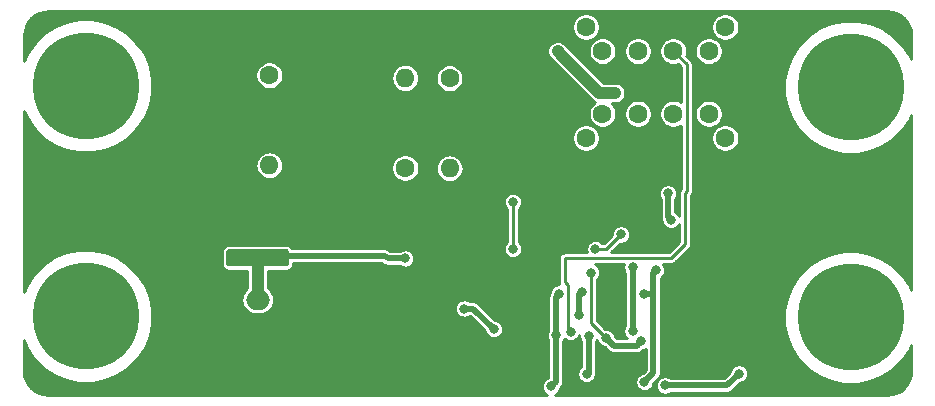
<source format=gbl>
G04 #@! TF.GenerationSoftware,KiCad,Pcbnew,(5.1.4)-1*
G04 #@! TF.CreationDate,2019-09-05T18:56:40+02:00*
G04 #@! TF.ProjectId,currentscaler,63757272-656e-4747-9363-616c65722e6b,rev?*
G04 #@! TF.SameCoordinates,Original*
G04 #@! TF.FileFunction,Copper,L2,Bot*
G04 #@! TF.FilePolarity,Positive*
%FSLAX46Y46*%
G04 Gerber Fmt 4.6, Leading zero omitted, Abs format (unit mm)*
G04 Created by KiCad (PCBNEW (5.1.4)-1) date 2019-09-05 18:56:40*
%MOMM*%
%LPD*%
G04 APERTURE LIST*
%ADD10O,1.600000X1.600000*%
%ADD11C,1.600000*%
%ADD12O,2.000000X1.700000*%
%ADD13C,0.100000*%
%ADD14C,1.700000*%
%ADD15C,1.475000*%
%ADD16C,9.000000*%
%ADD17C,0.800000*%
%ADD18C,0.500000*%
%ADD19C,1.000000*%
%ADD20C,0.250000*%
%ADD21C,0.254000*%
G04 APERTURE END LIST*
D10*
X134250000Y-106370000D03*
D11*
X134250000Y-98750000D03*
D10*
X130500000Y-98730000D03*
D11*
X130500000Y-106350000D03*
D10*
X119000000Y-106120000D03*
D11*
X119000000Y-98500000D03*
D12*
X118000000Y-117500000D03*
D13*
G36*
X118774504Y-119151204D02*
G01*
X118798773Y-119154804D01*
X118822571Y-119160765D01*
X118845671Y-119169030D01*
X118867849Y-119179520D01*
X118888893Y-119192133D01*
X118908598Y-119206747D01*
X118926777Y-119223223D01*
X118943253Y-119241402D01*
X118957867Y-119261107D01*
X118970480Y-119282151D01*
X118980970Y-119304329D01*
X118989235Y-119327429D01*
X118995196Y-119351227D01*
X118998796Y-119375496D01*
X119000000Y-119400000D01*
X119000000Y-120600000D01*
X118998796Y-120624504D01*
X118995196Y-120648773D01*
X118989235Y-120672571D01*
X118980970Y-120695671D01*
X118970480Y-120717849D01*
X118957867Y-120738893D01*
X118943253Y-120758598D01*
X118926777Y-120776777D01*
X118908598Y-120793253D01*
X118888893Y-120807867D01*
X118867849Y-120820480D01*
X118845671Y-120830970D01*
X118822571Y-120839235D01*
X118798773Y-120845196D01*
X118774504Y-120848796D01*
X118750000Y-120850000D01*
X117250000Y-120850000D01*
X117225496Y-120848796D01*
X117201227Y-120845196D01*
X117177429Y-120839235D01*
X117154329Y-120830970D01*
X117132151Y-120820480D01*
X117111107Y-120807867D01*
X117091402Y-120793253D01*
X117073223Y-120776777D01*
X117056747Y-120758598D01*
X117042133Y-120738893D01*
X117029520Y-120717849D01*
X117019030Y-120695671D01*
X117010765Y-120672571D01*
X117004804Y-120648773D01*
X117001204Y-120624504D01*
X117000000Y-120600000D01*
X117000000Y-119400000D01*
X117001204Y-119375496D01*
X117004804Y-119351227D01*
X117010765Y-119327429D01*
X117019030Y-119304329D01*
X117029520Y-119282151D01*
X117042133Y-119261107D01*
X117056747Y-119241402D01*
X117073223Y-119223223D01*
X117091402Y-119206747D01*
X117111107Y-119192133D01*
X117132151Y-119179520D01*
X117154329Y-119169030D01*
X117177429Y-119160765D01*
X117201227Y-119154804D01*
X117225496Y-119151204D01*
X117250000Y-119150000D01*
X118750000Y-119150000D01*
X118774504Y-119151204D01*
X118774504Y-119151204D01*
G37*
D14*
X118000000Y-120000000D03*
D13*
G36*
X120424504Y-113201204D02*
G01*
X120448773Y-113204804D01*
X120472571Y-113210765D01*
X120495671Y-113219030D01*
X120517849Y-113229520D01*
X120538893Y-113242133D01*
X120558598Y-113256747D01*
X120576777Y-113273223D01*
X120593253Y-113291402D01*
X120607867Y-113311107D01*
X120620480Y-113332151D01*
X120630970Y-113354329D01*
X120639235Y-113377429D01*
X120645196Y-113401227D01*
X120648796Y-113425496D01*
X120650000Y-113450000D01*
X120650000Y-114425000D01*
X120648796Y-114449504D01*
X120645196Y-114473773D01*
X120639235Y-114497571D01*
X120630970Y-114520671D01*
X120620480Y-114542849D01*
X120607867Y-114563893D01*
X120593253Y-114583598D01*
X120576777Y-114601777D01*
X120558598Y-114618253D01*
X120538893Y-114632867D01*
X120517849Y-114645480D01*
X120495671Y-114655970D01*
X120472571Y-114664235D01*
X120448773Y-114670196D01*
X120424504Y-114673796D01*
X120400000Y-114675000D01*
X115600000Y-114675000D01*
X115575496Y-114673796D01*
X115551227Y-114670196D01*
X115527429Y-114664235D01*
X115504329Y-114655970D01*
X115482151Y-114645480D01*
X115461107Y-114632867D01*
X115441402Y-114618253D01*
X115423223Y-114601777D01*
X115406747Y-114583598D01*
X115392133Y-114563893D01*
X115379520Y-114542849D01*
X115369030Y-114520671D01*
X115360765Y-114497571D01*
X115354804Y-114473773D01*
X115351204Y-114449504D01*
X115350000Y-114425000D01*
X115350000Y-113450000D01*
X115351204Y-113425496D01*
X115354804Y-113401227D01*
X115360765Y-113377429D01*
X115369030Y-113354329D01*
X115379520Y-113332151D01*
X115392133Y-113311107D01*
X115406747Y-113291402D01*
X115423223Y-113273223D01*
X115441402Y-113256747D01*
X115461107Y-113242133D01*
X115482151Y-113229520D01*
X115504329Y-113219030D01*
X115527429Y-113210765D01*
X115551227Y-113204804D01*
X115575496Y-113201204D01*
X115600000Y-113200000D01*
X120400000Y-113200000D01*
X120424504Y-113201204D01*
X120424504Y-113201204D01*
G37*
D15*
X118000000Y-113937500D03*
D13*
G36*
X120424504Y-122826204D02*
G01*
X120448773Y-122829804D01*
X120472571Y-122835765D01*
X120495671Y-122844030D01*
X120517849Y-122854520D01*
X120538893Y-122867133D01*
X120558598Y-122881747D01*
X120576777Y-122898223D01*
X120593253Y-122916402D01*
X120607867Y-122936107D01*
X120620480Y-122957151D01*
X120630970Y-122979329D01*
X120639235Y-123002429D01*
X120645196Y-123026227D01*
X120648796Y-123050496D01*
X120650000Y-123075000D01*
X120650000Y-124050000D01*
X120648796Y-124074504D01*
X120645196Y-124098773D01*
X120639235Y-124122571D01*
X120630970Y-124145671D01*
X120620480Y-124167849D01*
X120607867Y-124188893D01*
X120593253Y-124208598D01*
X120576777Y-124226777D01*
X120558598Y-124243253D01*
X120538893Y-124257867D01*
X120517849Y-124270480D01*
X120495671Y-124280970D01*
X120472571Y-124289235D01*
X120448773Y-124295196D01*
X120424504Y-124298796D01*
X120400000Y-124300000D01*
X115600000Y-124300000D01*
X115575496Y-124298796D01*
X115551227Y-124295196D01*
X115527429Y-124289235D01*
X115504329Y-124280970D01*
X115482151Y-124270480D01*
X115461107Y-124257867D01*
X115441402Y-124243253D01*
X115423223Y-124226777D01*
X115406747Y-124208598D01*
X115392133Y-124188893D01*
X115379520Y-124167849D01*
X115369030Y-124145671D01*
X115360765Y-124122571D01*
X115354804Y-124098773D01*
X115351204Y-124074504D01*
X115350000Y-124050000D01*
X115350000Y-123075000D01*
X115351204Y-123050496D01*
X115354804Y-123026227D01*
X115360765Y-123002429D01*
X115369030Y-122979329D01*
X115379520Y-122957151D01*
X115392133Y-122936107D01*
X115406747Y-122916402D01*
X115423223Y-122898223D01*
X115441402Y-122881747D01*
X115461107Y-122867133D01*
X115482151Y-122854520D01*
X115504329Y-122844030D01*
X115527429Y-122835765D01*
X115551227Y-122829804D01*
X115575496Y-122826204D01*
X115600000Y-122825000D01*
X120400000Y-122825000D01*
X120424504Y-122826204D01*
X120424504Y-122826204D01*
G37*
D15*
X118000000Y-123562500D03*
D11*
X156200000Y-101750000D03*
X153200000Y-101750000D03*
X150200000Y-101750000D03*
X147200000Y-101750000D03*
X156200000Y-96450000D03*
X150200000Y-96450000D03*
X147200000Y-96450000D03*
X153200000Y-96450000D03*
X145800000Y-94400000D03*
X157600000Y-94400000D03*
X157600000Y-103800000D03*
X145800000Y-103800000D03*
D16*
X168230000Y-119000000D03*
X168230000Y-99500000D03*
X103460000Y-99390000D03*
X103460000Y-118890000D03*
D17*
X135500000Y-118250000D03*
X138000000Y-120000000D03*
X130500000Y-114000000D03*
X149750000Y-114750000D03*
X149750000Y-120162490D03*
X158750000Y-123750000D03*
X152500000Y-124750000D03*
X152750000Y-108500000D03*
X153000000Y-110750000D03*
X139600000Y-109200000D03*
X139600000Y-113200000D03*
X144500000Y-120250000D03*
X145250000Y-118750000D03*
X145470306Y-116832457D03*
X146024999Y-120533001D03*
X145850000Y-123787500D03*
X151750000Y-115000000D03*
X150750000Y-117000000D03*
X150750000Y-124449990D03*
X146600000Y-113200000D03*
X148762500Y-111962500D03*
X150500000Y-121000000D03*
X147500000Y-120750000D03*
X146200000Y-115200000D03*
X143250000Y-120500000D03*
X142840000Y-124840000D03*
X143524990Y-116973909D03*
X148250000Y-100000000D03*
X143409675Y-96462485D03*
X153250000Y-119250000D03*
X148400000Y-120200000D03*
X141000000Y-109200000D03*
X141487733Y-116375021D03*
X137750000Y-116500000D03*
X141500000Y-112250000D03*
D18*
X135500000Y-118250000D02*
X136250000Y-118250000D01*
X136250000Y-118250000D02*
X138000000Y-120000000D01*
X128700000Y-113762500D02*
X117700000Y-113762500D01*
X129000000Y-114000000D02*
X128800000Y-113800000D01*
X130500000Y-114000000D02*
X129000000Y-114000000D01*
D19*
X118000000Y-117500000D02*
X118000000Y-113937500D01*
D18*
X149750000Y-114750000D02*
X149750000Y-120162490D01*
X158750000Y-123750000D02*
X157750000Y-124750000D01*
X157750000Y-124750000D02*
X152500000Y-124750000D01*
X152750000Y-108500000D02*
X152750000Y-110500000D01*
X152750000Y-110500000D02*
X153000000Y-110750000D01*
D20*
X139600000Y-109200000D02*
X139600000Y-113200000D01*
X144250000Y-120000000D02*
X144500000Y-120250000D01*
X144000000Y-116000000D02*
X144250000Y-116250000D01*
X144250000Y-116250000D02*
X144250000Y-120000000D01*
X144000000Y-114000000D02*
X144000000Y-116000000D01*
X154325001Y-97575001D02*
X154325001Y-108325001D01*
X153200000Y-96450000D02*
X154325001Y-97575001D01*
X154200000Y-108450002D02*
X154200000Y-112800000D01*
X154200000Y-112800000D02*
X153000000Y-114000000D01*
X154325001Y-108325001D02*
X154200000Y-108450002D01*
X153000000Y-114000000D02*
X144000000Y-114000000D01*
D18*
X145250000Y-118750000D02*
X145250000Y-117052763D01*
X145250000Y-117052763D02*
X145470306Y-116832457D01*
X146024999Y-120533001D02*
X146024999Y-123612501D01*
X146024999Y-123612501D02*
X145850000Y-123787500D01*
X151500000Y-115250000D02*
X151750000Y-115000000D01*
X150750000Y-117000000D02*
X151500000Y-117000000D01*
X151500000Y-117000000D02*
X151500000Y-115250000D01*
X151149999Y-124049991D02*
X150750000Y-124449990D01*
X151500000Y-123699990D02*
X151149999Y-124049991D01*
X151500000Y-117000000D02*
X151500000Y-123699990D01*
D20*
X146600000Y-113200000D02*
X147525000Y-113200000D01*
X147525000Y-113200000D02*
X148762500Y-111962500D01*
D18*
X148149999Y-121399999D02*
X147899999Y-121149999D01*
X147899999Y-121149999D02*
X147500000Y-120750000D01*
X150500000Y-121000000D02*
X150100001Y-121399999D01*
X150100001Y-121399999D02*
X148149999Y-121399999D01*
D20*
X146200000Y-119450000D02*
X147500000Y-120750000D01*
X146200000Y-115200000D02*
X146200000Y-119450000D01*
D18*
X143250000Y-120500000D02*
X143250000Y-124430000D01*
X143239999Y-124440001D02*
X142840000Y-124840000D01*
X143250000Y-124430000D02*
X143239999Y-124440001D01*
X143250000Y-117248899D02*
X143524990Y-116973909D01*
X143250000Y-120500000D02*
X143250000Y-117248899D01*
D19*
X143809674Y-96862484D02*
X143409675Y-96462485D01*
X148250000Y-100000000D02*
X146947190Y-100000000D01*
X146947190Y-100000000D02*
X143809674Y-96862484D01*
D20*
X137750000Y-116500000D02*
X141500000Y-112750000D01*
X141500000Y-112750000D02*
X141500000Y-112250000D01*
D19*
X118000000Y-120000000D02*
X118000000Y-123562500D01*
D21*
G36*
X171697216Y-93093919D02*
G01*
X172079297Y-93209276D01*
X172431701Y-93396652D01*
X172740996Y-93648906D01*
X172995405Y-93956433D01*
X173185238Y-94307522D01*
X173303259Y-94688787D01*
X173347200Y-95106854D01*
X173347200Y-97149953D01*
X173216583Y-96834616D01*
X172600777Y-95912996D01*
X171817004Y-95129223D01*
X170895384Y-94513417D01*
X169871335Y-94089242D01*
X168784211Y-93873000D01*
X167675789Y-93873000D01*
X166588665Y-94089242D01*
X165564616Y-94513417D01*
X164642996Y-95129223D01*
X163859223Y-95912996D01*
X163243417Y-96834616D01*
X162819242Y-97858665D01*
X162603000Y-98945789D01*
X162603000Y-100054211D01*
X162819242Y-101141335D01*
X163243417Y-102165384D01*
X163859223Y-103087004D01*
X164642996Y-103870777D01*
X165564616Y-104486583D01*
X166588665Y-104910758D01*
X167675789Y-105127000D01*
X168784211Y-105127000D01*
X169871335Y-104910758D01*
X170895384Y-104486583D01*
X171817004Y-103870777D01*
X172600777Y-103087004D01*
X173216583Y-102165384D01*
X173347200Y-101850046D01*
X173347201Y-116649955D01*
X173216583Y-116334616D01*
X172600777Y-115412996D01*
X171817004Y-114629223D01*
X170895384Y-114013417D01*
X169871335Y-113589242D01*
X168784211Y-113373000D01*
X167675789Y-113373000D01*
X166588665Y-113589242D01*
X165564616Y-114013417D01*
X164642996Y-114629223D01*
X163859223Y-115412996D01*
X163243417Y-116334616D01*
X162819242Y-117358665D01*
X162603000Y-118445789D01*
X162603000Y-119554211D01*
X162819242Y-120641335D01*
X163243417Y-121665384D01*
X163859223Y-122587004D01*
X164642996Y-123370777D01*
X165564616Y-123986583D01*
X166588665Y-124410758D01*
X167675789Y-124627000D01*
X168784211Y-124627000D01*
X169871335Y-124410758D01*
X170895384Y-123986583D01*
X171817004Y-123370777D01*
X172600777Y-122587004D01*
X173216583Y-121665384D01*
X173347201Y-121350044D01*
X173347201Y-123477844D01*
X173306081Y-123897217D01*
X173190723Y-124279301D01*
X173003347Y-124631702D01*
X172751092Y-124940998D01*
X172443566Y-125195405D01*
X172092479Y-125385237D01*
X171711213Y-125503259D01*
X171293138Y-125547200D01*
X143165156Y-125547200D01*
X143208426Y-125529277D01*
X143335818Y-125444156D01*
X143444156Y-125335818D01*
X143529277Y-125208426D01*
X143587909Y-125066876D01*
X143609498Y-124958344D01*
X143672112Y-124895730D01*
X143696069Y-124876069D01*
X143774522Y-124780474D01*
X143832817Y-124671411D01*
X143868716Y-124553070D01*
X143877800Y-124460836D01*
X143877800Y-124460833D01*
X143880837Y-124430000D01*
X143877800Y-124399167D01*
X143877800Y-120960432D01*
X143939277Y-120868426D01*
X143962467Y-120812441D01*
X144004182Y-120854156D01*
X144131574Y-120939277D01*
X144273124Y-120997909D01*
X144423393Y-121027800D01*
X144576607Y-121027800D01*
X144726876Y-120997909D01*
X144868426Y-120939277D01*
X144995818Y-120854156D01*
X145104156Y-120745818D01*
X145189277Y-120618426D01*
X145247199Y-120478590D01*
X145247199Y-120609608D01*
X145277090Y-120759877D01*
X145335722Y-120901427D01*
X145397199Y-120993434D01*
X145397200Y-123154600D01*
X145354182Y-123183344D01*
X145245844Y-123291682D01*
X145160723Y-123419074D01*
X145102091Y-123560624D01*
X145072200Y-123710893D01*
X145072200Y-123864107D01*
X145102091Y-124014376D01*
X145160723Y-124155926D01*
X145245844Y-124283318D01*
X145354182Y-124391656D01*
X145481574Y-124476777D01*
X145623124Y-124535409D01*
X145773393Y-124565300D01*
X145926607Y-124565300D01*
X146076876Y-124535409D01*
X146218426Y-124476777D01*
X146345818Y-124391656D01*
X146454156Y-124283318D01*
X146539277Y-124155926D01*
X146597909Y-124014376D01*
X146627800Y-123864107D01*
X146627800Y-123788035D01*
X146643715Y-123735571D01*
X146652799Y-123643337D01*
X146652799Y-123643327D01*
X146655835Y-123612501D01*
X146652799Y-123581675D01*
X146652799Y-120993433D01*
X146714276Y-120901427D01*
X146729684Y-120864229D01*
X146752091Y-120976876D01*
X146810723Y-121118426D01*
X146895844Y-121245818D01*
X147004182Y-121354156D01*
X147131574Y-121439277D01*
X147273124Y-121497909D01*
X147381656Y-121519498D01*
X147684269Y-121822111D01*
X147703930Y-121846068D01*
X147799525Y-121924521D01*
X147908588Y-121982816D01*
X148026929Y-122018715D01*
X148119163Y-122027799D01*
X148119172Y-122027799D01*
X148149998Y-122030835D01*
X148180824Y-122027799D01*
X150069175Y-122027799D01*
X150100001Y-122030835D01*
X150130827Y-122027799D01*
X150130837Y-122027799D01*
X150223071Y-122018715D01*
X150341412Y-121982816D01*
X150450475Y-121924521D01*
X150546070Y-121846068D01*
X150565731Y-121822111D01*
X150618344Y-121769498D01*
X150726876Y-121747909D01*
X150868426Y-121689277D01*
X150872201Y-121686755D01*
X150872201Y-123439947D01*
X150631656Y-123680492D01*
X150523124Y-123702081D01*
X150381574Y-123760713D01*
X150254182Y-123845834D01*
X150145844Y-123954172D01*
X150060723Y-124081564D01*
X150002091Y-124223114D01*
X149972200Y-124373383D01*
X149972200Y-124526597D01*
X150002091Y-124676866D01*
X150060723Y-124818416D01*
X150145844Y-124945808D01*
X150254182Y-125054146D01*
X150381574Y-125139267D01*
X150523124Y-125197899D01*
X150673393Y-125227790D01*
X150826607Y-125227790D01*
X150976876Y-125197899D01*
X151118426Y-125139267D01*
X151245818Y-125054146D01*
X151354156Y-124945808D01*
X151439277Y-124818416D01*
X151497909Y-124676866D01*
X151498599Y-124673393D01*
X151722200Y-124673393D01*
X151722200Y-124826607D01*
X151752091Y-124976876D01*
X151810723Y-125118426D01*
X151895844Y-125245818D01*
X152004182Y-125354156D01*
X152131574Y-125439277D01*
X152273124Y-125497909D01*
X152423393Y-125527800D01*
X152576607Y-125527800D01*
X152726876Y-125497909D01*
X152868426Y-125439277D01*
X152960432Y-125377800D01*
X157719174Y-125377800D01*
X157750000Y-125380836D01*
X157780826Y-125377800D01*
X157780836Y-125377800D01*
X157873070Y-125368716D01*
X157991411Y-125332817D01*
X158100474Y-125274522D01*
X158196069Y-125196069D01*
X158215730Y-125172112D01*
X158868345Y-124519498D01*
X158976876Y-124497909D01*
X159118426Y-124439277D01*
X159245818Y-124354156D01*
X159354156Y-124245818D01*
X159439277Y-124118426D01*
X159497909Y-123976876D01*
X159527800Y-123826607D01*
X159527800Y-123673393D01*
X159497909Y-123523124D01*
X159439277Y-123381574D01*
X159354156Y-123254182D01*
X159245818Y-123145844D01*
X159118426Y-123060723D01*
X158976876Y-123002091D01*
X158826607Y-122972200D01*
X158673393Y-122972200D01*
X158523124Y-123002091D01*
X158381574Y-123060723D01*
X158254182Y-123145844D01*
X158145844Y-123254182D01*
X158060723Y-123381574D01*
X158002091Y-123523124D01*
X157980502Y-123631655D01*
X157489958Y-124122200D01*
X152960432Y-124122200D01*
X152868426Y-124060723D01*
X152726876Y-124002091D01*
X152576607Y-123972200D01*
X152423393Y-123972200D01*
X152273124Y-124002091D01*
X152131574Y-124060723D01*
X152004182Y-124145844D01*
X151895844Y-124254182D01*
X151810723Y-124381574D01*
X151752091Y-124523124D01*
X151722200Y-124673393D01*
X151498599Y-124673393D01*
X151519498Y-124568334D01*
X151922112Y-124165720D01*
X151946069Y-124146059D01*
X152024522Y-124050464D01*
X152082817Y-123941401D01*
X152118716Y-123823060D01*
X152127800Y-123730826D01*
X152127800Y-123730817D01*
X152130836Y-123699991D01*
X152127800Y-123669165D01*
X152127800Y-117030835D01*
X152130837Y-117000000D01*
X152127800Y-116969164D01*
X152127800Y-115683013D01*
X152245818Y-115604156D01*
X152354156Y-115495818D01*
X152439277Y-115368426D01*
X152497909Y-115226876D01*
X152527800Y-115076607D01*
X152527800Y-114923393D01*
X152497909Y-114773124D01*
X152439277Y-114631574D01*
X152354156Y-114504182D01*
X152352774Y-114502800D01*
X152975308Y-114502800D01*
X153000000Y-114505232D01*
X153024692Y-114502800D01*
X153098566Y-114495524D01*
X153193344Y-114466774D01*
X153280692Y-114420085D01*
X153357253Y-114357253D01*
X153372996Y-114338070D01*
X154538070Y-113172996D01*
X154557253Y-113157253D01*
X154620085Y-113080692D01*
X154666774Y-112993344D01*
X154695524Y-112898566D01*
X154702800Y-112824692D01*
X154702800Y-112824683D01*
X154705231Y-112800001D01*
X154702800Y-112775319D01*
X154702800Y-108657219D01*
X154745086Y-108605693D01*
X154791775Y-108518345D01*
X154820525Y-108423567D01*
X154827801Y-108349693D01*
X154827801Y-108349686D01*
X154830232Y-108325002D01*
X154827801Y-108300317D01*
X154827801Y-103683997D01*
X156422200Y-103683997D01*
X156422200Y-103916003D01*
X156467462Y-104143552D01*
X156556247Y-104357898D01*
X156685143Y-104550804D01*
X156849196Y-104714857D01*
X157042102Y-104843753D01*
X157256448Y-104932538D01*
X157483997Y-104977800D01*
X157716003Y-104977800D01*
X157943552Y-104932538D01*
X158157898Y-104843753D01*
X158350804Y-104714857D01*
X158514857Y-104550804D01*
X158643753Y-104357898D01*
X158732538Y-104143552D01*
X158777800Y-103916003D01*
X158777800Y-103683997D01*
X158732538Y-103456448D01*
X158643753Y-103242102D01*
X158514857Y-103049196D01*
X158350804Y-102885143D01*
X158157898Y-102756247D01*
X157943552Y-102667462D01*
X157716003Y-102622200D01*
X157483997Y-102622200D01*
X157256448Y-102667462D01*
X157042102Y-102756247D01*
X156849196Y-102885143D01*
X156685143Y-103049196D01*
X156556247Y-103242102D01*
X156467462Y-103456448D01*
X156422200Y-103683997D01*
X154827801Y-103683997D01*
X154827801Y-101633997D01*
X155022200Y-101633997D01*
X155022200Y-101866003D01*
X155067462Y-102093552D01*
X155156247Y-102307898D01*
X155285143Y-102500804D01*
X155449196Y-102664857D01*
X155642102Y-102793753D01*
X155856448Y-102882538D01*
X156083997Y-102927800D01*
X156316003Y-102927800D01*
X156543552Y-102882538D01*
X156757898Y-102793753D01*
X156950804Y-102664857D01*
X157114857Y-102500804D01*
X157243753Y-102307898D01*
X157332538Y-102093552D01*
X157377800Y-101866003D01*
X157377800Y-101633997D01*
X157332538Y-101406448D01*
X157243753Y-101192102D01*
X157114857Y-100999196D01*
X156950804Y-100835143D01*
X156757898Y-100706247D01*
X156543552Y-100617462D01*
X156316003Y-100572200D01*
X156083997Y-100572200D01*
X155856448Y-100617462D01*
X155642102Y-100706247D01*
X155449196Y-100835143D01*
X155285143Y-100999196D01*
X155156247Y-101192102D01*
X155067462Y-101406448D01*
X155022200Y-101633997D01*
X154827801Y-101633997D01*
X154827801Y-97599693D01*
X154830233Y-97575001D01*
X154820525Y-97476435D01*
X154791775Y-97381657D01*
X154745086Y-97294309D01*
X154697994Y-97236927D01*
X154697993Y-97236926D01*
X154682254Y-97217748D01*
X154663076Y-97202009D01*
X154309716Y-96848649D01*
X154332538Y-96793552D01*
X154377800Y-96566003D01*
X154377800Y-96333997D01*
X155022200Y-96333997D01*
X155022200Y-96566003D01*
X155067462Y-96793552D01*
X155156247Y-97007898D01*
X155285143Y-97200804D01*
X155449196Y-97364857D01*
X155642102Y-97493753D01*
X155856448Y-97582538D01*
X156083997Y-97627800D01*
X156316003Y-97627800D01*
X156543552Y-97582538D01*
X156757898Y-97493753D01*
X156950804Y-97364857D01*
X157114857Y-97200804D01*
X157243753Y-97007898D01*
X157332538Y-96793552D01*
X157377800Y-96566003D01*
X157377800Y-96333997D01*
X157332538Y-96106448D01*
X157243753Y-95892102D01*
X157114857Y-95699196D01*
X156950804Y-95535143D01*
X156757898Y-95406247D01*
X156543552Y-95317462D01*
X156316003Y-95272200D01*
X156083997Y-95272200D01*
X155856448Y-95317462D01*
X155642102Y-95406247D01*
X155449196Y-95535143D01*
X155285143Y-95699196D01*
X155156247Y-95892102D01*
X155067462Y-96106448D01*
X155022200Y-96333997D01*
X154377800Y-96333997D01*
X154332538Y-96106448D01*
X154243753Y-95892102D01*
X154114857Y-95699196D01*
X153950804Y-95535143D01*
X153757898Y-95406247D01*
X153543552Y-95317462D01*
X153316003Y-95272200D01*
X153083997Y-95272200D01*
X152856448Y-95317462D01*
X152642102Y-95406247D01*
X152449196Y-95535143D01*
X152285143Y-95699196D01*
X152156247Y-95892102D01*
X152067462Y-96106448D01*
X152022200Y-96333997D01*
X152022200Y-96566003D01*
X152067462Y-96793552D01*
X152156247Y-97007898D01*
X152285143Y-97200804D01*
X152449196Y-97364857D01*
X152642102Y-97493753D01*
X152856448Y-97582538D01*
X153083997Y-97627800D01*
X153316003Y-97627800D01*
X153543552Y-97582538D01*
X153598649Y-97559716D01*
X153822201Y-97783268D01*
X153822201Y-100749213D01*
X153757898Y-100706247D01*
X153543552Y-100617462D01*
X153316003Y-100572200D01*
X153083997Y-100572200D01*
X152856448Y-100617462D01*
X152642102Y-100706247D01*
X152449196Y-100835143D01*
X152285143Y-100999196D01*
X152156247Y-101192102D01*
X152067462Y-101406448D01*
X152022200Y-101633997D01*
X152022200Y-101866003D01*
X152067462Y-102093552D01*
X152156247Y-102307898D01*
X152285143Y-102500804D01*
X152449196Y-102664857D01*
X152642102Y-102793753D01*
X152856448Y-102882538D01*
X153083997Y-102927800D01*
X153316003Y-102927800D01*
X153543552Y-102882538D01*
X153757898Y-102793753D01*
X153822201Y-102750787D01*
X153822202Y-108117783D01*
X153779915Y-108169310D01*
X153733226Y-108256659D01*
X153712495Y-108325002D01*
X153704476Y-108351437D01*
X153694768Y-108450002D01*
X153697200Y-108474694D01*
X153697200Y-110400703D01*
X153689277Y-110381574D01*
X153604156Y-110254182D01*
X153495818Y-110145844D01*
X153377800Y-110066987D01*
X153377800Y-108960432D01*
X153439277Y-108868426D01*
X153497909Y-108726876D01*
X153527800Y-108576607D01*
X153527800Y-108423393D01*
X153497909Y-108273124D01*
X153439277Y-108131574D01*
X153354156Y-108004182D01*
X153245818Y-107895844D01*
X153118426Y-107810723D01*
X152976876Y-107752091D01*
X152826607Y-107722200D01*
X152673393Y-107722200D01*
X152523124Y-107752091D01*
X152381574Y-107810723D01*
X152254182Y-107895844D01*
X152145844Y-108004182D01*
X152060723Y-108131574D01*
X152002091Y-108273124D01*
X151972200Y-108423393D01*
X151972200Y-108576607D01*
X152002091Y-108726876D01*
X152060723Y-108868426D01*
X152122200Y-108960433D01*
X152122201Y-110469164D01*
X152119164Y-110500000D01*
X152131285Y-110623070D01*
X152167183Y-110741410D01*
X152167184Y-110741411D01*
X152225479Y-110850474D01*
X152227417Y-110852836D01*
X152252091Y-110976876D01*
X152310723Y-111118426D01*
X152395844Y-111245818D01*
X152504182Y-111354156D01*
X152631574Y-111439277D01*
X152773124Y-111497909D01*
X152923393Y-111527800D01*
X153076607Y-111527800D01*
X153226876Y-111497909D01*
X153368426Y-111439277D01*
X153495818Y-111354156D01*
X153604156Y-111245818D01*
X153689277Y-111118426D01*
X153697201Y-111099297D01*
X153697201Y-112591733D01*
X152791734Y-113497200D01*
X147938866Y-113497200D01*
X148695766Y-112740300D01*
X148839107Y-112740300D01*
X148989376Y-112710409D01*
X149130926Y-112651777D01*
X149258318Y-112566656D01*
X149366656Y-112458318D01*
X149451777Y-112330926D01*
X149510409Y-112189376D01*
X149540300Y-112039107D01*
X149540300Y-111885893D01*
X149510409Y-111735624D01*
X149451777Y-111594074D01*
X149366656Y-111466682D01*
X149258318Y-111358344D01*
X149130926Y-111273223D01*
X148989376Y-111214591D01*
X148839107Y-111184700D01*
X148685893Y-111184700D01*
X148535624Y-111214591D01*
X148394074Y-111273223D01*
X148266682Y-111358344D01*
X148158344Y-111466682D01*
X148073223Y-111594074D01*
X148014591Y-111735624D01*
X147984700Y-111885893D01*
X147984700Y-112029234D01*
X147316734Y-112697200D01*
X147197174Y-112697200D01*
X147095818Y-112595844D01*
X146968426Y-112510723D01*
X146826876Y-112452091D01*
X146676607Y-112422200D01*
X146523393Y-112422200D01*
X146373124Y-112452091D01*
X146231574Y-112510723D01*
X146104182Y-112595844D01*
X145995844Y-112704182D01*
X145910723Y-112831574D01*
X145852091Y-112973124D01*
X145822200Y-113123393D01*
X145822200Y-113276607D01*
X145852091Y-113426876D01*
X145881220Y-113497200D01*
X144024692Y-113497200D01*
X144000000Y-113494768D01*
X143975308Y-113497200D01*
X143901434Y-113504476D01*
X143806656Y-113533226D01*
X143719308Y-113579915D01*
X143642747Y-113642747D01*
X143579915Y-113719308D01*
X143533226Y-113806656D01*
X143504476Y-113901434D01*
X143494768Y-114000000D01*
X143497200Y-114024693D01*
X143497201Y-115975298D01*
X143494768Y-116000000D01*
X143504476Y-116098565D01*
X143533227Y-116193344D01*
X143534705Y-116196109D01*
X143448383Y-116196109D01*
X143298114Y-116226000D01*
X143156564Y-116284632D01*
X143029172Y-116369753D01*
X142920834Y-116478091D01*
X142835713Y-116605483D01*
X142777081Y-116747033D01*
X142753841Y-116863866D01*
X142725479Y-116898425D01*
X142667183Y-117007489D01*
X142631285Y-117125829D01*
X142619164Y-117248899D01*
X142622201Y-117279735D01*
X142622200Y-120039567D01*
X142560723Y-120131574D01*
X142502091Y-120273124D01*
X142472200Y-120423393D01*
X142472200Y-120576607D01*
X142502091Y-120726876D01*
X142560723Y-120868426D01*
X142622200Y-120960433D01*
X142622201Y-124090285D01*
X142613124Y-124092091D01*
X142471574Y-124150723D01*
X142344182Y-124235844D01*
X142235844Y-124344182D01*
X142150723Y-124471574D01*
X142092091Y-124613124D01*
X142062200Y-124763393D01*
X142062200Y-124916607D01*
X142092091Y-125066876D01*
X142150723Y-125208426D01*
X142235844Y-125335818D01*
X142344182Y-125444156D01*
X142471574Y-125529277D01*
X142514844Y-125547200D01*
X100272146Y-125547200D01*
X99852783Y-125506081D01*
X99470699Y-125390723D01*
X99118298Y-125203347D01*
X98809002Y-124951092D01*
X98554595Y-124643566D01*
X98364763Y-124292479D01*
X98246741Y-123911213D01*
X98202812Y-123493256D01*
X98207355Y-120913054D01*
X98473417Y-121555384D01*
X99089223Y-122477004D01*
X99872996Y-123260777D01*
X100794616Y-123876583D01*
X101818665Y-124300758D01*
X102905789Y-124517000D01*
X104014211Y-124517000D01*
X105101335Y-124300758D01*
X106125384Y-123876583D01*
X107047004Y-123260777D01*
X107830777Y-122477004D01*
X108446583Y-121555384D01*
X108870758Y-120531335D01*
X109087000Y-119444211D01*
X109087000Y-118335789D01*
X108870758Y-117248665D01*
X108446583Y-116224616D01*
X107830777Y-115302996D01*
X107047004Y-114519223D01*
X106125384Y-113903417D01*
X105101335Y-113479242D01*
X104954326Y-113450000D01*
X114970372Y-113450000D01*
X114970372Y-114425000D01*
X114982470Y-114547834D01*
X115018300Y-114665948D01*
X115076483Y-114774803D01*
X115154786Y-114870214D01*
X115250197Y-114948517D01*
X115359052Y-115006700D01*
X115477166Y-115042530D01*
X115600000Y-115054628D01*
X117122201Y-115054628D01*
X117122200Y-116508956D01*
X116977614Y-116627614D01*
X116824183Y-116814571D01*
X116710173Y-117027868D01*
X116639966Y-117259309D01*
X116616260Y-117500000D01*
X116639966Y-117740691D01*
X116710173Y-117972132D01*
X116824183Y-118185429D01*
X116977614Y-118372386D01*
X117164571Y-118525817D01*
X117377868Y-118639827D01*
X117609309Y-118710034D01*
X117789690Y-118727800D01*
X118210310Y-118727800D01*
X118390691Y-118710034D01*
X118622132Y-118639827D01*
X118835429Y-118525817D01*
X119022386Y-118372386D01*
X119175817Y-118185429D01*
X119182250Y-118173393D01*
X134722200Y-118173393D01*
X134722200Y-118326607D01*
X134752091Y-118476876D01*
X134810723Y-118618426D01*
X134895844Y-118745818D01*
X135004182Y-118854156D01*
X135131574Y-118939277D01*
X135273124Y-118997909D01*
X135423393Y-119027800D01*
X135576607Y-119027800D01*
X135726876Y-118997909D01*
X135868426Y-118939277D01*
X135960432Y-118877800D01*
X135989958Y-118877800D01*
X137230503Y-120118346D01*
X137252091Y-120226876D01*
X137310723Y-120368426D01*
X137395844Y-120495818D01*
X137504182Y-120604156D01*
X137631574Y-120689277D01*
X137773124Y-120747909D01*
X137923393Y-120777800D01*
X138076607Y-120777800D01*
X138226876Y-120747909D01*
X138368426Y-120689277D01*
X138495818Y-120604156D01*
X138604156Y-120495818D01*
X138689277Y-120368426D01*
X138747909Y-120226876D01*
X138777800Y-120076607D01*
X138777800Y-119923393D01*
X138747909Y-119773124D01*
X138689277Y-119631574D01*
X138604156Y-119504182D01*
X138495818Y-119395844D01*
X138368426Y-119310723D01*
X138226876Y-119252091D01*
X138118346Y-119230503D01*
X136715730Y-117827888D01*
X136696069Y-117803931D01*
X136600474Y-117725478D01*
X136491411Y-117667183D01*
X136373070Y-117631284D01*
X136280836Y-117622200D01*
X136280826Y-117622200D01*
X136250000Y-117619164D01*
X136219174Y-117622200D01*
X135960432Y-117622200D01*
X135868426Y-117560723D01*
X135726876Y-117502091D01*
X135576607Y-117472200D01*
X135423393Y-117472200D01*
X135273124Y-117502091D01*
X135131574Y-117560723D01*
X135004182Y-117645844D01*
X134895844Y-117754182D01*
X134810723Y-117881574D01*
X134752091Y-118023124D01*
X134722200Y-118173393D01*
X119182250Y-118173393D01*
X119289827Y-117972132D01*
X119360034Y-117740691D01*
X119383740Y-117500000D01*
X119360034Y-117259309D01*
X119289827Y-117027868D01*
X119175817Y-116814571D01*
X119022386Y-116627614D01*
X118877800Y-116508956D01*
X118877800Y-115054628D01*
X120400000Y-115054628D01*
X120522834Y-115042530D01*
X120640948Y-115006700D01*
X120749803Y-114948517D01*
X120845214Y-114870214D01*
X120923517Y-114774803D01*
X120981700Y-114665948D01*
X121017530Y-114547834D01*
X121029628Y-114425000D01*
X121029628Y-114390300D01*
X128502457Y-114390300D01*
X128534273Y-114422116D01*
X128553931Y-114446069D01*
X128649526Y-114524522D01*
X128758589Y-114582817D01*
X128876930Y-114618716D01*
X128969164Y-114627800D01*
X128969166Y-114627800D01*
X129000000Y-114630837D01*
X129030833Y-114627800D01*
X130039568Y-114627800D01*
X130131574Y-114689277D01*
X130273124Y-114747909D01*
X130423393Y-114777800D01*
X130576607Y-114777800D01*
X130726876Y-114747909D01*
X130868426Y-114689277D01*
X130995818Y-114604156D01*
X131104156Y-114495818D01*
X131189277Y-114368426D01*
X131247909Y-114226876D01*
X131277800Y-114076607D01*
X131277800Y-113923393D01*
X131247909Y-113773124D01*
X131189277Y-113631574D01*
X131104156Y-113504182D01*
X130995818Y-113395844D01*
X130868426Y-113310723D01*
X130726876Y-113252091D01*
X130576607Y-113222200D01*
X130423393Y-113222200D01*
X130273124Y-113252091D01*
X130131574Y-113310723D01*
X130039568Y-113372200D01*
X129260042Y-113372200D01*
X129222117Y-113334275D01*
X129150474Y-113275479D01*
X129041410Y-113217183D01*
X128972410Y-113196252D01*
X128941411Y-113179683D01*
X128823070Y-113143784D01*
X128730836Y-113134700D01*
X120941959Y-113134700D01*
X120923517Y-113100197D01*
X120845214Y-113004786D01*
X120749803Y-112926483D01*
X120640948Y-112868300D01*
X120522834Y-112832470D01*
X120400000Y-112820372D01*
X115600000Y-112820372D01*
X115477166Y-112832470D01*
X115359052Y-112868300D01*
X115250197Y-112926483D01*
X115154786Y-113004786D01*
X115076483Y-113100197D01*
X115018300Y-113209052D01*
X114982470Y-113327166D01*
X114970372Y-113450000D01*
X104954326Y-113450000D01*
X104014211Y-113263000D01*
X102905789Y-113263000D01*
X101818665Y-113479242D01*
X100794616Y-113903417D01*
X99872996Y-114519223D01*
X99089223Y-115302996D01*
X98473417Y-116224616D01*
X98214509Y-116849676D01*
X98228110Y-109123393D01*
X138822200Y-109123393D01*
X138822200Y-109276607D01*
X138852091Y-109426876D01*
X138910723Y-109568426D01*
X138995844Y-109695818D01*
X139097200Y-109797174D01*
X139097201Y-112602825D01*
X138995844Y-112704182D01*
X138910723Y-112831574D01*
X138852091Y-112973124D01*
X138822200Y-113123393D01*
X138822200Y-113276607D01*
X138852091Y-113426876D01*
X138910723Y-113568426D01*
X138995844Y-113695818D01*
X139104182Y-113804156D01*
X139231574Y-113889277D01*
X139373124Y-113947909D01*
X139523393Y-113977800D01*
X139676607Y-113977800D01*
X139826876Y-113947909D01*
X139968426Y-113889277D01*
X140095818Y-113804156D01*
X140204156Y-113695818D01*
X140289277Y-113568426D01*
X140347909Y-113426876D01*
X140377800Y-113276607D01*
X140377800Y-113123393D01*
X140347909Y-112973124D01*
X140289277Y-112831574D01*
X140204156Y-112704182D01*
X140102800Y-112602826D01*
X140102800Y-109797174D01*
X140204156Y-109695818D01*
X140289277Y-109568426D01*
X140347909Y-109426876D01*
X140377800Y-109276607D01*
X140377800Y-109123393D01*
X140347909Y-108973124D01*
X140289277Y-108831574D01*
X140204156Y-108704182D01*
X140095818Y-108595844D01*
X139968426Y-108510723D01*
X139826876Y-108452091D01*
X139676607Y-108422200D01*
X139523393Y-108422200D01*
X139373124Y-108452091D01*
X139231574Y-108510723D01*
X139104182Y-108595844D01*
X138995844Y-108704182D01*
X138910723Y-108831574D01*
X138852091Y-108973124D01*
X138822200Y-109123393D01*
X98228110Y-109123393D01*
X98233398Y-106120000D01*
X117816502Y-106120000D01*
X117839243Y-106350889D01*
X117906590Y-106572905D01*
X118015957Y-106777516D01*
X118163141Y-106956859D01*
X118342484Y-107104043D01*
X118547095Y-107213410D01*
X118769111Y-107280757D01*
X118942148Y-107297800D01*
X119057852Y-107297800D01*
X119230889Y-107280757D01*
X119452905Y-107213410D01*
X119657516Y-107104043D01*
X119836859Y-106956859D01*
X119984043Y-106777516D01*
X120093410Y-106572905D01*
X120160757Y-106350889D01*
X120172270Y-106233997D01*
X129322200Y-106233997D01*
X129322200Y-106466003D01*
X129367462Y-106693552D01*
X129456247Y-106907898D01*
X129585143Y-107100804D01*
X129749196Y-107264857D01*
X129942102Y-107393753D01*
X130156448Y-107482538D01*
X130383997Y-107527800D01*
X130616003Y-107527800D01*
X130843552Y-107482538D01*
X131057898Y-107393753D01*
X131250804Y-107264857D01*
X131414857Y-107100804D01*
X131543753Y-106907898D01*
X131632538Y-106693552D01*
X131677800Y-106466003D01*
X131677800Y-106370000D01*
X133066502Y-106370000D01*
X133089243Y-106600889D01*
X133156590Y-106822905D01*
X133265957Y-107027516D01*
X133413141Y-107206859D01*
X133592484Y-107354043D01*
X133797095Y-107463410D01*
X134019111Y-107530757D01*
X134192148Y-107547800D01*
X134307852Y-107547800D01*
X134480889Y-107530757D01*
X134702905Y-107463410D01*
X134907516Y-107354043D01*
X135086859Y-107206859D01*
X135234043Y-107027516D01*
X135343410Y-106822905D01*
X135410757Y-106600889D01*
X135433498Y-106370000D01*
X135410757Y-106139111D01*
X135343410Y-105917095D01*
X135234043Y-105712484D01*
X135086859Y-105533141D01*
X134907516Y-105385957D01*
X134702905Y-105276590D01*
X134480889Y-105209243D01*
X134307852Y-105192200D01*
X134192148Y-105192200D01*
X134019111Y-105209243D01*
X133797095Y-105276590D01*
X133592484Y-105385957D01*
X133413141Y-105533141D01*
X133265957Y-105712484D01*
X133156590Y-105917095D01*
X133089243Y-106139111D01*
X133066502Y-106370000D01*
X131677800Y-106370000D01*
X131677800Y-106233997D01*
X131632538Y-106006448D01*
X131543753Y-105792102D01*
X131414857Y-105599196D01*
X131250804Y-105435143D01*
X131057898Y-105306247D01*
X130843552Y-105217462D01*
X130616003Y-105172200D01*
X130383997Y-105172200D01*
X130156448Y-105217462D01*
X129942102Y-105306247D01*
X129749196Y-105435143D01*
X129585143Y-105599196D01*
X129456247Y-105792102D01*
X129367462Y-106006448D01*
X129322200Y-106233997D01*
X120172270Y-106233997D01*
X120183498Y-106120000D01*
X120160757Y-105889111D01*
X120093410Y-105667095D01*
X119984043Y-105462484D01*
X119836859Y-105283141D01*
X119657516Y-105135957D01*
X119452905Y-105026590D01*
X119230889Y-104959243D01*
X119057852Y-104942200D01*
X118942148Y-104942200D01*
X118769111Y-104959243D01*
X118547095Y-105026590D01*
X118342484Y-105135957D01*
X118163141Y-105283141D01*
X118015957Y-105462484D01*
X117906590Y-105667095D01*
X117839243Y-105889111D01*
X117816502Y-106120000D01*
X98233398Y-106120000D01*
X98241540Y-101495585D01*
X98473417Y-102055384D01*
X99089223Y-102977004D01*
X99872996Y-103760777D01*
X100794616Y-104376583D01*
X101818665Y-104800758D01*
X102905789Y-105017000D01*
X104014211Y-105017000D01*
X105101335Y-104800758D01*
X106125384Y-104376583D01*
X107047004Y-103760777D01*
X107123784Y-103683997D01*
X144622200Y-103683997D01*
X144622200Y-103916003D01*
X144667462Y-104143552D01*
X144756247Y-104357898D01*
X144885143Y-104550804D01*
X145049196Y-104714857D01*
X145242102Y-104843753D01*
X145456448Y-104932538D01*
X145683997Y-104977800D01*
X145916003Y-104977800D01*
X146143552Y-104932538D01*
X146357898Y-104843753D01*
X146550804Y-104714857D01*
X146714857Y-104550804D01*
X146843753Y-104357898D01*
X146932538Y-104143552D01*
X146977800Y-103916003D01*
X146977800Y-103683997D01*
X146932538Y-103456448D01*
X146843753Y-103242102D01*
X146714857Y-103049196D01*
X146550804Y-102885143D01*
X146357898Y-102756247D01*
X146143552Y-102667462D01*
X145916003Y-102622200D01*
X145683997Y-102622200D01*
X145456448Y-102667462D01*
X145242102Y-102756247D01*
X145049196Y-102885143D01*
X144885143Y-103049196D01*
X144756247Y-103242102D01*
X144667462Y-103456448D01*
X144622200Y-103683997D01*
X107123784Y-103683997D01*
X107830777Y-102977004D01*
X108446583Y-102055384D01*
X108870758Y-101031335D01*
X109087000Y-99944211D01*
X109087000Y-98835789D01*
X108997134Y-98383997D01*
X117822200Y-98383997D01*
X117822200Y-98616003D01*
X117867462Y-98843552D01*
X117956247Y-99057898D01*
X118085143Y-99250804D01*
X118249196Y-99414857D01*
X118442102Y-99543753D01*
X118656448Y-99632538D01*
X118883997Y-99677800D01*
X119116003Y-99677800D01*
X119343552Y-99632538D01*
X119557898Y-99543753D01*
X119750804Y-99414857D01*
X119914857Y-99250804D01*
X120043753Y-99057898D01*
X120132538Y-98843552D01*
X120155124Y-98730000D01*
X129316502Y-98730000D01*
X129339243Y-98960889D01*
X129406590Y-99182905D01*
X129515957Y-99387516D01*
X129663141Y-99566859D01*
X129842484Y-99714043D01*
X130047095Y-99823410D01*
X130269111Y-99890757D01*
X130442148Y-99907800D01*
X130557852Y-99907800D01*
X130730889Y-99890757D01*
X130952905Y-99823410D01*
X131157516Y-99714043D01*
X131336859Y-99566859D01*
X131484043Y-99387516D01*
X131593410Y-99182905D01*
X131660757Y-98960889D01*
X131683498Y-98730000D01*
X131674043Y-98633997D01*
X133072200Y-98633997D01*
X133072200Y-98866003D01*
X133117462Y-99093552D01*
X133206247Y-99307898D01*
X133335143Y-99500804D01*
X133499196Y-99664857D01*
X133692102Y-99793753D01*
X133906448Y-99882538D01*
X134133997Y-99927800D01*
X134366003Y-99927800D01*
X134593552Y-99882538D01*
X134807898Y-99793753D01*
X135000804Y-99664857D01*
X135164857Y-99500804D01*
X135293753Y-99307898D01*
X135382538Y-99093552D01*
X135427800Y-98866003D01*
X135427800Y-98633997D01*
X135382538Y-98406448D01*
X135293753Y-98192102D01*
X135164857Y-97999196D01*
X135000804Y-97835143D01*
X134807898Y-97706247D01*
X134593552Y-97617462D01*
X134366003Y-97572200D01*
X134133997Y-97572200D01*
X133906448Y-97617462D01*
X133692102Y-97706247D01*
X133499196Y-97835143D01*
X133335143Y-97999196D01*
X133206247Y-98192102D01*
X133117462Y-98406448D01*
X133072200Y-98633997D01*
X131674043Y-98633997D01*
X131660757Y-98499111D01*
X131593410Y-98277095D01*
X131484043Y-98072484D01*
X131336859Y-97893141D01*
X131157516Y-97745957D01*
X130952905Y-97636590D01*
X130730889Y-97569243D01*
X130557852Y-97552200D01*
X130442148Y-97552200D01*
X130269111Y-97569243D01*
X130047095Y-97636590D01*
X129842484Y-97745957D01*
X129663141Y-97893141D01*
X129515957Y-98072484D01*
X129406590Y-98277095D01*
X129339243Y-98499111D01*
X129316502Y-98730000D01*
X120155124Y-98730000D01*
X120177800Y-98616003D01*
X120177800Y-98383997D01*
X120132538Y-98156448D01*
X120043753Y-97942102D01*
X119914857Y-97749196D01*
X119750804Y-97585143D01*
X119557898Y-97456247D01*
X119343552Y-97367462D01*
X119116003Y-97322200D01*
X118883997Y-97322200D01*
X118656448Y-97367462D01*
X118442102Y-97456247D01*
X118249196Y-97585143D01*
X118085143Y-97749196D01*
X117956247Y-97942102D01*
X117867462Y-98156448D01*
X117822200Y-98383997D01*
X108997134Y-98383997D01*
X108870758Y-97748665D01*
X108446583Y-96724616D01*
X108271433Y-96462485D01*
X142527629Y-96462485D01*
X142544577Y-96634563D01*
X142594770Y-96800029D01*
X142676280Y-96952524D01*
X142758486Y-97052692D01*
X146296001Y-100590207D01*
X146323489Y-100623701D01*
X146457151Y-100733395D01*
X146537332Y-100776253D01*
X146449196Y-100835143D01*
X146285143Y-100999196D01*
X146156247Y-101192102D01*
X146067462Y-101406448D01*
X146022200Y-101633997D01*
X146022200Y-101866003D01*
X146067462Y-102093552D01*
X146156247Y-102307898D01*
X146285143Y-102500804D01*
X146449196Y-102664857D01*
X146642102Y-102793753D01*
X146856448Y-102882538D01*
X147083997Y-102927800D01*
X147316003Y-102927800D01*
X147543552Y-102882538D01*
X147757898Y-102793753D01*
X147950804Y-102664857D01*
X148114857Y-102500804D01*
X148243753Y-102307898D01*
X148332538Y-102093552D01*
X148377800Y-101866003D01*
X148377800Y-101633997D01*
X149022200Y-101633997D01*
X149022200Y-101866003D01*
X149067462Y-102093552D01*
X149156247Y-102307898D01*
X149285143Y-102500804D01*
X149449196Y-102664857D01*
X149642102Y-102793753D01*
X149856448Y-102882538D01*
X150083997Y-102927800D01*
X150316003Y-102927800D01*
X150543552Y-102882538D01*
X150757898Y-102793753D01*
X150950804Y-102664857D01*
X151114857Y-102500804D01*
X151243753Y-102307898D01*
X151332538Y-102093552D01*
X151377800Y-101866003D01*
X151377800Y-101633997D01*
X151332538Y-101406448D01*
X151243753Y-101192102D01*
X151114857Y-100999196D01*
X150950804Y-100835143D01*
X150757898Y-100706247D01*
X150543552Y-100617462D01*
X150316003Y-100572200D01*
X150083997Y-100572200D01*
X149856448Y-100617462D01*
X149642102Y-100706247D01*
X149449196Y-100835143D01*
X149285143Y-100999196D01*
X149156247Y-101192102D01*
X149067462Y-101406448D01*
X149022200Y-101633997D01*
X148377800Y-101633997D01*
X148332538Y-101406448D01*
X148243753Y-101192102D01*
X148114857Y-100999196D01*
X147993461Y-100877800D01*
X148293121Y-100877800D01*
X148422079Y-100865099D01*
X148587545Y-100814905D01*
X148740039Y-100733395D01*
X148873701Y-100623701D01*
X148983395Y-100490039D01*
X149064905Y-100337545D01*
X149115099Y-100172079D01*
X149132047Y-100000000D01*
X149115099Y-99827921D01*
X149064905Y-99662455D01*
X148983395Y-99509961D01*
X148873701Y-99376299D01*
X148740039Y-99266605D01*
X148587545Y-99185095D01*
X148422079Y-99134901D01*
X148293121Y-99122200D01*
X147310786Y-99122200D01*
X144522583Y-96333997D01*
X146022200Y-96333997D01*
X146022200Y-96566003D01*
X146067462Y-96793552D01*
X146156247Y-97007898D01*
X146285143Y-97200804D01*
X146449196Y-97364857D01*
X146642102Y-97493753D01*
X146856448Y-97582538D01*
X147083997Y-97627800D01*
X147316003Y-97627800D01*
X147543552Y-97582538D01*
X147757898Y-97493753D01*
X147950804Y-97364857D01*
X148114857Y-97200804D01*
X148243753Y-97007898D01*
X148332538Y-96793552D01*
X148377800Y-96566003D01*
X148377800Y-96333997D01*
X149022200Y-96333997D01*
X149022200Y-96566003D01*
X149067462Y-96793552D01*
X149156247Y-97007898D01*
X149285143Y-97200804D01*
X149449196Y-97364857D01*
X149642102Y-97493753D01*
X149856448Y-97582538D01*
X150083997Y-97627800D01*
X150316003Y-97627800D01*
X150543552Y-97582538D01*
X150757898Y-97493753D01*
X150950804Y-97364857D01*
X151114857Y-97200804D01*
X151243753Y-97007898D01*
X151332538Y-96793552D01*
X151377800Y-96566003D01*
X151377800Y-96333997D01*
X151332538Y-96106448D01*
X151243753Y-95892102D01*
X151114857Y-95699196D01*
X150950804Y-95535143D01*
X150757898Y-95406247D01*
X150543552Y-95317462D01*
X150316003Y-95272200D01*
X150083997Y-95272200D01*
X149856448Y-95317462D01*
X149642102Y-95406247D01*
X149449196Y-95535143D01*
X149285143Y-95699196D01*
X149156247Y-95892102D01*
X149067462Y-96106448D01*
X149022200Y-96333997D01*
X148377800Y-96333997D01*
X148332538Y-96106448D01*
X148243753Y-95892102D01*
X148114857Y-95699196D01*
X147950804Y-95535143D01*
X147757898Y-95406247D01*
X147543552Y-95317462D01*
X147316003Y-95272200D01*
X147083997Y-95272200D01*
X146856448Y-95317462D01*
X146642102Y-95406247D01*
X146449196Y-95535143D01*
X146285143Y-95699196D01*
X146156247Y-95892102D01*
X146067462Y-96106448D01*
X146022200Y-96333997D01*
X144522583Y-96333997D01*
X143999882Y-95811296D01*
X143899714Y-95729090D01*
X143747219Y-95647580D01*
X143581753Y-95597387D01*
X143409675Y-95580439D01*
X143237597Y-95597387D01*
X143072131Y-95647580D01*
X142919636Y-95729090D01*
X142785974Y-95838784D01*
X142676280Y-95972446D01*
X142594770Y-96124941D01*
X142544577Y-96290407D01*
X142527629Y-96462485D01*
X108271433Y-96462485D01*
X107830777Y-95802996D01*
X107047004Y-95019223D01*
X106125384Y-94403417D01*
X105837079Y-94283997D01*
X144622200Y-94283997D01*
X144622200Y-94516003D01*
X144667462Y-94743552D01*
X144756247Y-94957898D01*
X144885143Y-95150804D01*
X145049196Y-95314857D01*
X145242102Y-95443753D01*
X145456448Y-95532538D01*
X145683997Y-95577800D01*
X145916003Y-95577800D01*
X146143552Y-95532538D01*
X146357898Y-95443753D01*
X146550804Y-95314857D01*
X146714857Y-95150804D01*
X146843753Y-94957898D01*
X146932538Y-94743552D01*
X146977800Y-94516003D01*
X146977800Y-94283997D01*
X156422200Y-94283997D01*
X156422200Y-94516003D01*
X156467462Y-94743552D01*
X156556247Y-94957898D01*
X156685143Y-95150804D01*
X156849196Y-95314857D01*
X157042102Y-95443753D01*
X157256448Y-95532538D01*
X157483997Y-95577800D01*
X157716003Y-95577800D01*
X157943552Y-95532538D01*
X158157898Y-95443753D01*
X158350804Y-95314857D01*
X158514857Y-95150804D01*
X158643753Y-94957898D01*
X158732538Y-94743552D01*
X158777800Y-94516003D01*
X158777800Y-94283997D01*
X158732538Y-94056448D01*
X158643753Y-93842102D01*
X158514857Y-93649196D01*
X158350804Y-93485143D01*
X158157898Y-93356247D01*
X157943552Y-93267462D01*
X157716003Y-93222200D01*
X157483997Y-93222200D01*
X157256448Y-93267462D01*
X157042102Y-93356247D01*
X156849196Y-93485143D01*
X156685143Y-93649196D01*
X156556247Y-93842102D01*
X156467462Y-94056448D01*
X156422200Y-94283997D01*
X146977800Y-94283997D01*
X146932538Y-94056448D01*
X146843753Y-93842102D01*
X146714857Y-93649196D01*
X146550804Y-93485143D01*
X146357898Y-93356247D01*
X146143552Y-93267462D01*
X145916003Y-93222200D01*
X145683997Y-93222200D01*
X145456448Y-93267462D01*
X145242102Y-93356247D01*
X145049196Y-93485143D01*
X144885143Y-93649196D01*
X144756247Y-93842102D01*
X144667462Y-94056448D01*
X144622200Y-94283997D01*
X105837079Y-94283997D01*
X105101335Y-93979242D01*
X104014211Y-93763000D01*
X102905789Y-93763000D01*
X101818665Y-93979242D01*
X100794616Y-94403417D01*
X99872996Y-95019223D01*
X99089223Y-95802996D01*
X98473417Y-96724616D01*
X98248986Y-97266440D01*
X98252761Y-95122548D01*
X98293919Y-94702784D01*
X98409276Y-94320703D01*
X98596652Y-93968299D01*
X98848906Y-93659004D01*
X99156433Y-93404595D01*
X99507522Y-93214762D01*
X99888787Y-93096741D01*
X100306854Y-93052800D01*
X171277855Y-93052800D01*
X171697216Y-93093919D01*
X171697216Y-93093919D01*
G37*
X171697216Y-93093919D02*
X172079297Y-93209276D01*
X172431701Y-93396652D01*
X172740996Y-93648906D01*
X172995405Y-93956433D01*
X173185238Y-94307522D01*
X173303259Y-94688787D01*
X173347200Y-95106854D01*
X173347200Y-97149953D01*
X173216583Y-96834616D01*
X172600777Y-95912996D01*
X171817004Y-95129223D01*
X170895384Y-94513417D01*
X169871335Y-94089242D01*
X168784211Y-93873000D01*
X167675789Y-93873000D01*
X166588665Y-94089242D01*
X165564616Y-94513417D01*
X164642996Y-95129223D01*
X163859223Y-95912996D01*
X163243417Y-96834616D01*
X162819242Y-97858665D01*
X162603000Y-98945789D01*
X162603000Y-100054211D01*
X162819242Y-101141335D01*
X163243417Y-102165384D01*
X163859223Y-103087004D01*
X164642996Y-103870777D01*
X165564616Y-104486583D01*
X166588665Y-104910758D01*
X167675789Y-105127000D01*
X168784211Y-105127000D01*
X169871335Y-104910758D01*
X170895384Y-104486583D01*
X171817004Y-103870777D01*
X172600777Y-103087004D01*
X173216583Y-102165384D01*
X173347200Y-101850046D01*
X173347201Y-116649955D01*
X173216583Y-116334616D01*
X172600777Y-115412996D01*
X171817004Y-114629223D01*
X170895384Y-114013417D01*
X169871335Y-113589242D01*
X168784211Y-113373000D01*
X167675789Y-113373000D01*
X166588665Y-113589242D01*
X165564616Y-114013417D01*
X164642996Y-114629223D01*
X163859223Y-115412996D01*
X163243417Y-116334616D01*
X162819242Y-117358665D01*
X162603000Y-118445789D01*
X162603000Y-119554211D01*
X162819242Y-120641335D01*
X163243417Y-121665384D01*
X163859223Y-122587004D01*
X164642996Y-123370777D01*
X165564616Y-123986583D01*
X166588665Y-124410758D01*
X167675789Y-124627000D01*
X168784211Y-124627000D01*
X169871335Y-124410758D01*
X170895384Y-123986583D01*
X171817004Y-123370777D01*
X172600777Y-122587004D01*
X173216583Y-121665384D01*
X173347201Y-121350044D01*
X173347201Y-123477844D01*
X173306081Y-123897217D01*
X173190723Y-124279301D01*
X173003347Y-124631702D01*
X172751092Y-124940998D01*
X172443566Y-125195405D01*
X172092479Y-125385237D01*
X171711213Y-125503259D01*
X171293138Y-125547200D01*
X143165156Y-125547200D01*
X143208426Y-125529277D01*
X143335818Y-125444156D01*
X143444156Y-125335818D01*
X143529277Y-125208426D01*
X143587909Y-125066876D01*
X143609498Y-124958344D01*
X143672112Y-124895730D01*
X143696069Y-124876069D01*
X143774522Y-124780474D01*
X143832817Y-124671411D01*
X143868716Y-124553070D01*
X143877800Y-124460836D01*
X143877800Y-124460833D01*
X143880837Y-124430000D01*
X143877800Y-124399167D01*
X143877800Y-120960432D01*
X143939277Y-120868426D01*
X143962467Y-120812441D01*
X144004182Y-120854156D01*
X144131574Y-120939277D01*
X144273124Y-120997909D01*
X144423393Y-121027800D01*
X144576607Y-121027800D01*
X144726876Y-120997909D01*
X144868426Y-120939277D01*
X144995818Y-120854156D01*
X145104156Y-120745818D01*
X145189277Y-120618426D01*
X145247199Y-120478590D01*
X145247199Y-120609608D01*
X145277090Y-120759877D01*
X145335722Y-120901427D01*
X145397199Y-120993434D01*
X145397200Y-123154600D01*
X145354182Y-123183344D01*
X145245844Y-123291682D01*
X145160723Y-123419074D01*
X145102091Y-123560624D01*
X145072200Y-123710893D01*
X145072200Y-123864107D01*
X145102091Y-124014376D01*
X145160723Y-124155926D01*
X145245844Y-124283318D01*
X145354182Y-124391656D01*
X145481574Y-124476777D01*
X145623124Y-124535409D01*
X145773393Y-124565300D01*
X145926607Y-124565300D01*
X146076876Y-124535409D01*
X146218426Y-124476777D01*
X146345818Y-124391656D01*
X146454156Y-124283318D01*
X146539277Y-124155926D01*
X146597909Y-124014376D01*
X146627800Y-123864107D01*
X146627800Y-123788035D01*
X146643715Y-123735571D01*
X146652799Y-123643337D01*
X146652799Y-123643327D01*
X146655835Y-123612501D01*
X146652799Y-123581675D01*
X146652799Y-120993433D01*
X146714276Y-120901427D01*
X146729684Y-120864229D01*
X146752091Y-120976876D01*
X146810723Y-121118426D01*
X146895844Y-121245818D01*
X147004182Y-121354156D01*
X147131574Y-121439277D01*
X147273124Y-121497909D01*
X147381656Y-121519498D01*
X147684269Y-121822111D01*
X147703930Y-121846068D01*
X147799525Y-121924521D01*
X147908588Y-121982816D01*
X148026929Y-122018715D01*
X148119163Y-122027799D01*
X148119172Y-122027799D01*
X148149998Y-122030835D01*
X148180824Y-122027799D01*
X150069175Y-122027799D01*
X150100001Y-122030835D01*
X150130827Y-122027799D01*
X150130837Y-122027799D01*
X150223071Y-122018715D01*
X150341412Y-121982816D01*
X150450475Y-121924521D01*
X150546070Y-121846068D01*
X150565731Y-121822111D01*
X150618344Y-121769498D01*
X150726876Y-121747909D01*
X150868426Y-121689277D01*
X150872201Y-121686755D01*
X150872201Y-123439947D01*
X150631656Y-123680492D01*
X150523124Y-123702081D01*
X150381574Y-123760713D01*
X150254182Y-123845834D01*
X150145844Y-123954172D01*
X150060723Y-124081564D01*
X150002091Y-124223114D01*
X149972200Y-124373383D01*
X149972200Y-124526597D01*
X150002091Y-124676866D01*
X150060723Y-124818416D01*
X150145844Y-124945808D01*
X150254182Y-125054146D01*
X150381574Y-125139267D01*
X150523124Y-125197899D01*
X150673393Y-125227790D01*
X150826607Y-125227790D01*
X150976876Y-125197899D01*
X151118426Y-125139267D01*
X151245818Y-125054146D01*
X151354156Y-124945808D01*
X151439277Y-124818416D01*
X151497909Y-124676866D01*
X151498599Y-124673393D01*
X151722200Y-124673393D01*
X151722200Y-124826607D01*
X151752091Y-124976876D01*
X151810723Y-125118426D01*
X151895844Y-125245818D01*
X152004182Y-125354156D01*
X152131574Y-125439277D01*
X152273124Y-125497909D01*
X152423393Y-125527800D01*
X152576607Y-125527800D01*
X152726876Y-125497909D01*
X152868426Y-125439277D01*
X152960432Y-125377800D01*
X157719174Y-125377800D01*
X157750000Y-125380836D01*
X157780826Y-125377800D01*
X157780836Y-125377800D01*
X157873070Y-125368716D01*
X157991411Y-125332817D01*
X158100474Y-125274522D01*
X158196069Y-125196069D01*
X158215730Y-125172112D01*
X158868345Y-124519498D01*
X158976876Y-124497909D01*
X159118426Y-124439277D01*
X159245818Y-124354156D01*
X159354156Y-124245818D01*
X159439277Y-124118426D01*
X159497909Y-123976876D01*
X159527800Y-123826607D01*
X159527800Y-123673393D01*
X159497909Y-123523124D01*
X159439277Y-123381574D01*
X159354156Y-123254182D01*
X159245818Y-123145844D01*
X159118426Y-123060723D01*
X158976876Y-123002091D01*
X158826607Y-122972200D01*
X158673393Y-122972200D01*
X158523124Y-123002091D01*
X158381574Y-123060723D01*
X158254182Y-123145844D01*
X158145844Y-123254182D01*
X158060723Y-123381574D01*
X158002091Y-123523124D01*
X157980502Y-123631655D01*
X157489958Y-124122200D01*
X152960432Y-124122200D01*
X152868426Y-124060723D01*
X152726876Y-124002091D01*
X152576607Y-123972200D01*
X152423393Y-123972200D01*
X152273124Y-124002091D01*
X152131574Y-124060723D01*
X152004182Y-124145844D01*
X151895844Y-124254182D01*
X151810723Y-124381574D01*
X151752091Y-124523124D01*
X151722200Y-124673393D01*
X151498599Y-124673393D01*
X151519498Y-124568334D01*
X151922112Y-124165720D01*
X151946069Y-124146059D01*
X152024522Y-124050464D01*
X152082817Y-123941401D01*
X152118716Y-123823060D01*
X152127800Y-123730826D01*
X152127800Y-123730817D01*
X152130836Y-123699991D01*
X152127800Y-123669165D01*
X152127800Y-117030835D01*
X152130837Y-117000000D01*
X152127800Y-116969164D01*
X152127800Y-115683013D01*
X152245818Y-115604156D01*
X152354156Y-115495818D01*
X152439277Y-115368426D01*
X152497909Y-115226876D01*
X152527800Y-115076607D01*
X152527800Y-114923393D01*
X152497909Y-114773124D01*
X152439277Y-114631574D01*
X152354156Y-114504182D01*
X152352774Y-114502800D01*
X152975308Y-114502800D01*
X153000000Y-114505232D01*
X153024692Y-114502800D01*
X153098566Y-114495524D01*
X153193344Y-114466774D01*
X153280692Y-114420085D01*
X153357253Y-114357253D01*
X153372996Y-114338070D01*
X154538070Y-113172996D01*
X154557253Y-113157253D01*
X154620085Y-113080692D01*
X154666774Y-112993344D01*
X154695524Y-112898566D01*
X154702800Y-112824692D01*
X154702800Y-112824683D01*
X154705231Y-112800001D01*
X154702800Y-112775319D01*
X154702800Y-108657219D01*
X154745086Y-108605693D01*
X154791775Y-108518345D01*
X154820525Y-108423567D01*
X154827801Y-108349693D01*
X154827801Y-108349686D01*
X154830232Y-108325002D01*
X154827801Y-108300317D01*
X154827801Y-103683997D01*
X156422200Y-103683997D01*
X156422200Y-103916003D01*
X156467462Y-104143552D01*
X156556247Y-104357898D01*
X156685143Y-104550804D01*
X156849196Y-104714857D01*
X157042102Y-104843753D01*
X157256448Y-104932538D01*
X157483997Y-104977800D01*
X157716003Y-104977800D01*
X157943552Y-104932538D01*
X158157898Y-104843753D01*
X158350804Y-104714857D01*
X158514857Y-104550804D01*
X158643753Y-104357898D01*
X158732538Y-104143552D01*
X158777800Y-103916003D01*
X158777800Y-103683997D01*
X158732538Y-103456448D01*
X158643753Y-103242102D01*
X158514857Y-103049196D01*
X158350804Y-102885143D01*
X158157898Y-102756247D01*
X157943552Y-102667462D01*
X157716003Y-102622200D01*
X157483997Y-102622200D01*
X157256448Y-102667462D01*
X157042102Y-102756247D01*
X156849196Y-102885143D01*
X156685143Y-103049196D01*
X156556247Y-103242102D01*
X156467462Y-103456448D01*
X156422200Y-103683997D01*
X154827801Y-103683997D01*
X154827801Y-101633997D01*
X155022200Y-101633997D01*
X155022200Y-101866003D01*
X155067462Y-102093552D01*
X155156247Y-102307898D01*
X155285143Y-102500804D01*
X155449196Y-102664857D01*
X155642102Y-102793753D01*
X155856448Y-102882538D01*
X156083997Y-102927800D01*
X156316003Y-102927800D01*
X156543552Y-102882538D01*
X156757898Y-102793753D01*
X156950804Y-102664857D01*
X157114857Y-102500804D01*
X157243753Y-102307898D01*
X157332538Y-102093552D01*
X157377800Y-101866003D01*
X157377800Y-101633997D01*
X157332538Y-101406448D01*
X157243753Y-101192102D01*
X157114857Y-100999196D01*
X156950804Y-100835143D01*
X156757898Y-100706247D01*
X156543552Y-100617462D01*
X156316003Y-100572200D01*
X156083997Y-100572200D01*
X155856448Y-100617462D01*
X155642102Y-100706247D01*
X155449196Y-100835143D01*
X155285143Y-100999196D01*
X155156247Y-101192102D01*
X155067462Y-101406448D01*
X155022200Y-101633997D01*
X154827801Y-101633997D01*
X154827801Y-97599693D01*
X154830233Y-97575001D01*
X154820525Y-97476435D01*
X154791775Y-97381657D01*
X154745086Y-97294309D01*
X154697994Y-97236927D01*
X154697993Y-97236926D01*
X154682254Y-97217748D01*
X154663076Y-97202009D01*
X154309716Y-96848649D01*
X154332538Y-96793552D01*
X154377800Y-96566003D01*
X154377800Y-96333997D01*
X155022200Y-96333997D01*
X155022200Y-96566003D01*
X155067462Y-96793552D01*
X155156247Y-97007898D01*
X155285143Y-97200804D01*
X155449196Y-97364857D01*
X155642102Y-97493753D01*
X155856448Y-97582538D01*
X156083997Y-97627800D01*
X156316003Y-97627800D01*
X156543552Y-97582538D01*
X156757898Y-97493753D01*
X156950804Y-97364857D01*
X157114857Y-97200804D01*
X157243753Y-97007898D01*
X157332538Y-96793552D01*
X157377800Y-96566003D01*
X157377800Y-96333997D01*
X157332538Y-96106448D01*
X157243753Y-95892102D01*
X157114857Y-95699196D01*
X156950804Y-95535143D01*
X156757898Y-95406247D01*
X156543552Y-95317462D01*
X156316003Y-95272200D01*
X156083997Y-95272200D01*
X155856448Y-95317462D01*
X155642102Y-95406247D01*
X155449196Y-95535143D01*
X155285143Y-95699196D01*
X155156247Y-95892102D01*
X155067462Y-96106448D01*
X155022200Y-96333997D01*
X154377800Y-96333997D01*
X154332538Y-96106448D01*
X154243753Y-95892102D01*
X154114857Y-95699196D01*
X153950804Y-95535143D01*
X153757898Y-95406247D01*
X153543552Y-95317462D01*
X153316003Y-95272200D01*
X153083997Y-95272200D01*
X152856448Y-95317462D01*
X152642102Y-95406247D01*
X152449196Y-95535143D01*
X152285143Y-95699196D01*
X152156247Y-95892102D01*
X152067462Y-96106448D01*
X152022200Y-96333997D01*
X152022200Y-96566003D01*
X152067462Y-96793552D01*
X152156247Y-97007898D01*
X152285143Y-97200804D01*
X152449196Y-97364857D01*
X152642102Y-97493753D01*
X152856448Y-97582538D01*
X153083997Y-97627800D01*
X153316003Y-97627800D01*
X153543552Y-97582538D01*
X153598649Y-97559716D01*
X153822201Y-97783268D01*
X153822201Y-100749213D01*
X153757898Y-100706247D01*
X153543552Y-100617462D01*
X153316003Y-100572200D01*
X153083997Y-100572200D01*
X152856448Y-100617462D01*
X152642102Y-100706247D01*
X152449196Y-100835143D01*
X152285143Y-100999196D01*
X152156247Y-101192102D01*
X152067462Y-101406448D01*
X152022200Y-101633997D01*
X152022200Y-101866003D01*
X152067462Y-102093552D01*
X152156247Y-102307898D01*
X152285143Y-102500804D01*
X152449196Y-102664857D01*
X152642102Y-102793753D01*
X152856448Y-102882538D01*
X153083997Y-102927800D01*
X153316003Y-102927800D01*
X153543552Y-102882538D01*
X153757898Y-102793753D01*
X153822201Y-102750787D01*
X153822202Y-108117783D01*
X153779915Y-108169310D01*
X153733226Y-108256659D01*
X153712495Y-108325002D01*
X153704476Y-108351437D01*
X153694768Y-108450002D01*
X153697200Y-108474694D01*
X153697200Y-110400703D01*
X153689277Y-110381574D01*
X153604156Y-110254182D01*
X153495818Y-110145844D01*
X153377800Y-110066987D01*
X153377800Y-108960432D01*
X153439277Y-108868426D01*
X153497909Y-108726876D01*
X153527800Y-108576607D01*
X153527800Y-108423393D01*
X153497909Y-108273124D01*
X153439277Y-108131574D01*
X153354156Y-108004182D01*
X153245818Y-107895844D01*
X153118426Y-107810723D01*
X152976876Y-107752091D01*
X152826607Y-107722200D01*
X152673393Y-107722200D01*
X152523124Y-107752091D01*
X152381574Y-107810723D01*
X152254182Y-107895844D01*
X152145844Y-108004182D01*
X152060723Y-108131574D01*
X152002091Y-108273124D01*
X151972200Y-108423393D01*
X151972200Y-108576607D01*
X152002091Y-108726876D01*
X152060723Y-108868426D01*
X152122200Y-108960433D01*
X152122201Y-110469164D01*
X152119164Y-110500000D01*
X152131285Y-110623070D01*
X152167183Y-110741410D01*
X152167184Y-110741411D01*
X152225479Y-110850474D01*
X152227417Y-110852836D01*
X152252091Y-110976876D01*
X152310723Y-111118426D01*
X152395844Y-111245818D01*
X152504182Y-111354156D01*
X152631574Y-111439277D01*
X152773124Y-111497909D01*
X152923393Y-111527800D01*
X153076607Y-111527800D01*
X153226876Y-111497909D01*
X153368426Y-111439277D01*
X153495818Y-111354156D01*
X153604156Y-111245818D01*
X153689277Y-111118426D01*
X153697201Y-111099297D01*
X153697201Y-112591733D01*
X152791734Y-113497200D01*
X147938866Y-113497200D01*
X148695766Y-112740300D01*
X148839107Y-112740300D01*
X148989376Y-112710409D01*
X149130926Y-112651777D01*
X149258318Y-112566656D01*
X149366656Y-112458318D01*
X149451777Y-112330926D01*
X149510409Y-112189376D01*
X149540300Y-112039107D01*
X149540300Y-111885893D01*
X149510409Y-111735624D01*
X149451777Y-111594074D01*
X149366656Y-111466682D01*
X149258318Y-111358344D01*
X149130926Y-111273223D01*
X148989376Y-111214591D01*
X148839107Y-111184700D01*
X148685893Y-111184700D01*
X148535624Y-111214591D01*
X148394074Y-111273223D01*
X148266682Y-111358344D01*
X148158344Y-111466682D01*
X148073223Y-111594074D01*
X148014591Y-111735624D01*
X147984700Y-111885893D01*
X147984700Y-112029234D01*
X147316734Y-112697200D01*
X147197174Y-112697200D01*
X147095818Y-112595844D01*
X146968426Y-112510723D01*
X146826876Y-112452091D01*
X146676607Y-112422200D01*
X146523393Y-112422200D01*
X146373124Y-112452091D01*
X146231574Y-112510723D01*
X146104182Y-112595844D01*
X145995844Y-112704182D01*
X145910723Y-112831574D01*
X145852091Y-112973124D01*
X145822200Y-113123393D01*
X145822200Y-113276607D01*
X145852091Y-113426876D01*
X145881220Y-113497200D01*
X144024692Y-113497200D01*
X144000000Y-113494768D01*
X143975308Y-113497200D01*
X143901434Y-113504476D01*
X143806656Y-113533226D01*
X143719308Y-113579915D01*
X143642747Y-113642747D01*
X143579915Y-113719308D01*
X143533226Y-113806656D01*
X143504476Y-113901434D01*
X143494768Y-114000000D01*
X143497200Y-114024693D01*
X143497201Y-115975298D01*
X143494768Y-116000000D01*
X143504476Y-116098565D01*
X143533227Y-116193344D01*
X143534705Y-116196109D01*
X143448383Y-116196109D01*
X143298114Y-116226000D01*
X143156564Y-116284632D01*
X143029172Y-116369753D01*
X142920834Y-116478091D01*
X142835713Y-116605483D01*
X142777081Y-116747033D01*
X142753841Y-116863866D01*
X142725479Y-116898425D01*
X142667183Y-117007489D01*
X142631285Y-117125829D01*
X142619164Y-117248899D01*
X142622201Y-117279735D01*
X142622200Y-120039567D01*
X142560723Y-120131574D01*
X142502091Y-120273124D01*
X142472200Y-120423393D01*
X142472200Y-120576607D01*
X142502091Y-120726876D01*
X142560723Y-120868426D01*
X142622200Y-120960433D01*
X142622201Y-124090285D01*
X142613124Y-124092091D01*
X142471574Y-124150723D01*
X142344182Y-124235844D01*
X142235844Y-124344182D01*
X142150723Y-124471574D01*
X142092091Y-124613124D01*
X142062200Y-124763393D01*
X142062200Y-124916607D01*
X142092091Y-125066876D01*
X142150723Y-125208426D01*
X142235844Y-125335818D01*
X142344182Y-125444156D01*
X142471574Y-125529277D01*
X142514844Y-125547200D01*
X100272146Y-125547200D01*
X99852783Y-125506081D01*
X99470699Y-125390723D01*
X99118298Y-125203347D01*
X98809002Y-124951092D01*
X98554595Y-124643566D01*
X98364763Y-124292479D01*
X98246741Y-123911213D01*
X98202812Y-123493256D01*
X98207355Y-120913054D01*
X98473417Y-121555384D01*
X99089223Y-122477004D01*
X99872996Y-123260777D01*
X100794616Y-123876583D01*
X101818665Y-124300758D01*
X102905789Y-124517000D01*
X104014211Y-124517000D01*
X105101335Y-124300758D01*
X106125384Y-123876583D01*
X107047004Y-123260777D01*
X107830777Y-122477004D01*
X108446583Y-121555384D01*
X108870758Y-120531335D01*
X109087000Y-119444211D01*
X109087000Y-118335789D01*
X108870758Y-117248665D01*
X108446583Y-116224616D01*
X107830777Y-115302996D01*
X107047004Y-114519223D01*
X106125384Y-113903417D01*
X105101335Y-113479242D01*
X104954326Y-113450000D01*
X114970372Y-113450000D01*
X114970372Y-114425000D01*
X114982470Y-114547834D01*
X115018300Y-114665948D01*
X115076483Y-114774803D01*
X115154786Y-114870214D01*
X115250197Y-114948517D01*
X115359052Y-115006700D01*
X115477166Y-115042530D01*
X115600000Y-115054628D01*
X117122201Y-115054628D01*
X117122200Y-116508956D01*
X116977614Y-116627614D01*
X116824183Y-116814571D01*
X116710173Y-117027868D01*
X116639966Y-117259309D01*
X116616260Y-117500000D01*
X116639966Y-117740691D01*
X116710173Y-117972132D01*
X116824183Y-118185429D01*
X116977614Y-118372386D01*
X117164571Y-118525817D01*
X117377868Y-118639827D01*
X117609309Y-118710034D01*
X117789690Y-118727800D01*
X118210310Y-118727800D01*
X118390691Y-118710034D01*
X118622132Y-118639827D01*
X118835429Y-118525817D01*
X119022386Y-118372386D01*
X119175817Y-118185429D01*
X119182250Y-118173393D01*
X134722200Y-118173393D01*
X134722200Y-118326607D01*
X134752091Y-118476876D01*
X134810723Y-118618426D01*
X134895844Y-118745818D01*
X135004182Y-118854156D01*
X135131574Y-118939277D01*
X135273124Y-118997909D01*
X135423393Y-119027800D01*
X135576607Y-119027800D01*
X135726876Y-118997909D01*
X135868426Y-118939277D01*
X135960432Y-118877800D01*
X135989958Y-118877800D01*
X137230503Y-120118346D01*
X137252091Y-120226876D01*
X137310723Y-120368426D01*
X137395844Y-120495818D01*
X137504182Y-120604156D01*
X137631574Y-120689277D01*
X137773124Y-120747909D01*
X137923393Y-120777800D01*
X138076607Y-120777800D01*
X138226876Y-120747909D01*
X138368426Y-120689277D01*
X138495818Y-120604156D01*
X138604156Y-120495818D01*
X138689277Y-120368426D01*
X138747909Y-120226876D01*
X138777800Y-120076607D01*
X138777800Y-119923393D01*
X138747909Y-119773124D01*
X138689277Y-119631574D01*
X138604156Y-119504182D01*
X138495818Y-119395844D01*
X138368426Y-119310723D01*
X138226876Y-119252091D01*
X138118346Y-119230503D01*
X136715730Y-117827888D01*
X136696069Y-117803931D01*
X136600474Y-117725478D01*
X136491411Y-117667183D01*
X136373070Y-117631284D01*
X136280836Y-117622200D01*
X136280826Y-117622200D01*
X136250000Y-117619164D01*
X136219174Y-117622200D01*
X135960432Y-117622200D01*
X135868426Y-117560723D01*
X135726876Y-117502091D01*
X135576607Y-117472200D01*
X135423393Y-117472200D01*
X135273124Y-117502091D01*
X135131574Y-117560723D01*
X135004182Y-117645844D01*
X134895844Y-117754182D01*
X134810723Y-117881574D01*
X134752091Y-118023124D01*
X134722200Y-118173393D01*
X119182250Y-118173393D01*
X119289827Y-117972132D01*
X119360034Y-117740691D01*
X119383740Y-117500000D01*
X119360034Y-117259309D01*
X119289827Y-117027868D01*
X119175817Y-116814571D01*
X119022386Y-116627614D01*
X118877800Y-116508956D01*
X118877800Y-115054628D01*
X120400000Y-115054628D01*
X120522834Y-115042530D01*
X120640948Y-115006700D01*
X120749803Y-114948517D01*
X120845214Y-114870214D01*
X120923517Y-114774803D01*
X120981700Y-114665948D01*
X121017530Y-114547834D01*
X121029628Y-114425000D01*
X121029628Y-114390300D01*
X128502457Y-114390300D01*
X128534273Y-114422116D01*
X128553931Y-114446069D01*
X128649526Y-114524522D01*
X128758589Y-114582817D01*
X128876930Y-114618716D01*
X128969164Y-114627800D01*
X128969166Y-114627800D01*
X129000000Y-114630837D01*
X129030833Y-114627800D01*
X130039568Y-114627800D01*
X130131574Y-114689277D01*
X130273124Y-114747909D01*
X130423393Y-114777800D01*
X130576607Y-114777800D01*
X130726876Y-114747909D01*
X130868426Y-114689277D01*
X130995818Y-114604156D01*
X131104156Y-114495818D01*
X131189277Y-114368426D01*
X131247909Y-114226876D01*
X131277800Y-114076607D01*
X131277800Y-113923393D01*
X131247909Y-113773124D01*
X131189277Y-113631574D01*
X131104156Y-113504182D01*
X130995818Y-113395844D01*
X130868426Y-113310723D01*
X130726876Y-113252091D01*
X130576607Y-113222200D01*
X130423393Y-113222200D01*
X130273124Y-113252091D01*
X130131574Y-113310723D01*
X130039568Y-113372200D01*
X129260042Y-113372200D01*
X129222117Y-113334275D01*
X129150474Y-113275479D01*
X129041410Y-113217183D01*
X128972410Y-113196252D01*
X128941411Y-113179683D01*
X128823070Y-113143784D01*
X128730836Y-113134700D01*
X120941959Y-113134700D01*
X120923517Y-113100197D01*
X120845214Y-113004786D01*
X120749803Y-112926483D01*
X120640948Y-112868300D01*
X120522834Y-112832470D01*
X120400000Y-112820372D01*
X115600000Y-112820372D01*
X115477166Y-112832470D01*
X115359052Y-112868300D01*
X115250197Y-112926483D01*
X115154786Y-113004786D01*
X115076483Y-113100197D01*
X115018300Y-113209052D01*
X114982470Y-113327166D01*
X114970372Y-113450000D01*
X104954326Y-113450000D01*
X104014211Y-113263000D01*
X102905789Y-113263000D01*
X101818665Y-113479242D01*
X100794616Y-113903417D01*
X99872996Y-114519223D01*
X99089223Y-115302996D01*
X98473417Y-116224616D01*
X98214509Y-116849676D01*
X98228110Y-109123393D01*
X138822200Y-109123393D01*
X138822200Y-109276607D01*
X138852091Y-109426876D01*
X138910723Y-109568426D01*
X138995844Y-109695818D01*
X139097200Y-109797174D01*
X139097201Y-112602825D01*
X138995844Y-112704182D01*
X138910723Y-112831574D01*
X138852091Y-112973124D01*
X138822200Y-113123393D01*
X138822200Y-113276607D01*
X138852091Y-113426876D01*
X138910723Y-113568426D01*
X138995844Y-113695818D01*
X139104182Y-113804156D01*
X139231574Y-113889277D01*
X139373124Y-113947909D01*
X139523393Y-113977800D01*
X139676607Y-113977800D01*
X139826876Y-113947909D01*
X139968426Y-113889277D01*
X140095818Y-113804156D01*
X140204156Y-113695818D01*
X140289277Y-113568426D01*
X140347909Y-113426876D01*
X140377800Y-113276607D01*
X140377800Y-113123393D01*
X140347909Y-112973124D01*
X140289277Y-112831574D01*
X140204156Y-112704182D01*
X140102800Y-112602826D01*
X140102800Y-109797174D01*
X140204156Y-109695818D01*
X140289277Y-109568426D01*
X140347909Y-109426876D01*
X140377800Y-109276607D01*
X140377800Y-109123393D01*
X140347909Y-108973124D01*
X140289277Y-108831574D01*
X140204156Y-108704182D01*
X140095818Y-108595844D01*
X139968426Y-108510723D01*
X139826876Y-108452091D01*
X139676607Y-108422200D01*
X139523393Y-108422200D01*
X139373124Y-108452091D01*
X139231574Y-108510723D01*
X139104182Y-108595844D01*
X138995844Y-108704182D01*
X138910723Y-108831574D01*
X138852091Y-108973124D01*
X138822200Y-109123393D01*
X98228110Y-109123393D01*
X98233398Y-106120000D01*
X117816502Y-106120000D01*
X117839243Y-106350889D01*
X117906590Y-106572905D01*
X118015957Y-106777516D01*
X118163141Y-106956859D01*
X118342484Y-107104043D01*
X118547095Y-107213410D01*
X118769111Y-107280757D01*
X118942148Y-107297800D01*
X119057852Y-107297800D01*
X119230889Y-107280757D01*
X119452905Y-107213410D01*
X119657516Y-107104043D01*
X119836859Y-106956859D01*
X119984043Y-106777516D01*
X120093410Y-106572905D01*
X120160757Y-106350889D01*
X120172270Y-106233997D01*
X129322200Y-106233997D01*
X129322200Y-106466003D01*
X129367462Y-106693552D01*
X129456247Y-106907898D01*
X129585143Y-107100804D01*
X129749196Y-107264857D01*
X129942102Y-107393753D01*
X130156448Y-107482538D01*
X130383997Y-107527800D01*
X130616003Y-107527800D01*
X130843552Y-107482538D01*
X131057898Y-107393753D01*
X131250804Y-107264857D01*
X131414857Y-107100804D01*
X131543753Y-106907898D01*
X131632538Y-106693552D01*
X131677800Y-106466003D01*
X131677800Y-106370000D01*
X133066502Y-106370000D01*
X133089243Y-106600889D01*
X133156590Y-106822905D01*
X133265957Y-107027516D01*
X133413141Y-107206859D01*
X133592484Y-107354043D01*
X133797095Y-107463410D01*
X134019111Y-107530757D01*
X134192148Y-107547800D01*
X134307852Y-107547800D01*
X134480889Y-107530757D01*
X134702905Y-107463410D01*
X134907516Y-107354043D01*
X135086859Y-107206859D01*
X135234043Y-107027516D01*
X135343410Y-106822905D01*
X135410757Y-106600889D01*
X135433498Y-106370000D01*
X135410757Y-106139111D01*
X135343410Y-105917095D01*
X135234043Y-105712484D01*
X135086859Y-105533141D01*
X134907516Y-105385957D01*
X134702905Y-105276590D01*
X134480889Y-105209243D01*
X134307852Y-105192200D01*
X134192148Y-105192200D01*
X134019111Y-105209243D01*
X133797095Y-105276590D01*
X133592484Y-105385957D01*
X133413141Y-105533141D01*
X133265957Y-105712484D01*
X133156590Y-105917095D01*
X133089243Y-106139111D01*
X133066502Y-106370000D01*
X131677800Y-106370000D01*
X131677800Y-106233997D01*
X131632538Y-106006448D01*
X131543753Y-105792102D01*
X131414857Y-105599196D01*
X131250804Y-105435143D01*
X131057898Y-105306247D01*
X130843552Y-105217462D01*
X130616003Y-105172200D01*
X130383997Y-105172200D01*
X130156448Y-105217462D01*
X129942102Y-105306247D01*
X129749196Y-105435143D01*
X129585143Y-105599196D01*
X129456247Y-105792102D01*
X129367462Y-106006448D01*
X129322200Y-106233997D01*
X120172270Y-106233997D01*
X120183498Y-106120000D01*
X120160757Y-105889111D01*
X120093410Y-105667095D01*
X119984043Y-105462484D01*
X119836859Y-105283141D01*
X119657516Y-105135957D01*
X119452905Y-105026590D01*
X119230889Y-104959243D01*
X119057852Y-104942200D01*
X118942148Y-104942200D01*
X118769111Y-104959243D01*
X118547095Y-105026590D01*
X118342484Y-105135957D01*
X118163141Y-105283141D01*
X118015957Y-105462484D01*
X117906590Y-105667095D01*
X117839243Y-105889111D01*
X117816502Y-106120000D01*
X98233398Y-106120000D01*
X98241540Y-101495585D01*
X98473417Y-102055384D01*
X99089223Y-102977004D01*
X99872996Y-103760777D01*
X100794616Y-104376583D01*
X101818665Y-104800758D01*
X102905789Y-105017000D01*
X104014211Y-105017000D01*
X105101335Y-104800758D01*
X106125384Y-104376583D01*
X107047004Y-103760777D01*
X107123784Y-103683997D01*
X144622200Y-103683997D01*
X144622200Y-103916003D01*
X144667462Y-104143552D01*
X144756247Y-104357898D01*
X144885143Y-104550804D01*
X145049196Y-104714857D01*
X145242102Y-104843753D01*
X145456448Y-104932538D01*
X145683997Y-104977800D01*
X145916003Y-104977800D01*
X146143552Y-104932538D01*
X146357898Y-104843753D01*
X146550804Y-104714857D01*
X146714857Y-104550804D01*
X146843753Y-104357898D01*
X146932538Y-104143552D01*
X146977800Y-103916003D01*
X146977800Y-103683997D01*
X146932538Y-103456448D01*
X146843753Y-103242102D01*
X146714857Y-103049196D01*
X146550804Y-102885143D01*
X146357898Y-102756247D01*
X146143552Y-102667462D01*
X145916003Y-102622200D01*
X145683997Y-102622200D01*
X145456448Y-102667462D01*
X145242102Y-102756247D01*
X145049196Y-102885143D01*
X144885143Y-103049196D01*
X144756247Y-103242102D01*
X144667462Y-103456448D01*
X144622200Y-103683997D01*
X107123784Y-103683997D01*
X107830777Y-102977004D01*
X108446583Y-102055384D01*
X108870758Y-101031335D01*
X109087000Y-99944211D01*
X109087000Y-98835789D01*
X108997134Y-98383997D01*
X117822200Y-98383997D01*
X117822200Y-98616003D01*
X117867462Y-98843552D01*
X117956247Y-99057898D01*
X118085143Y-99250804D01*
X118249196Y-99414857D01*
X118442102Y-99543753D01*
X118656448Y-99632538D01*
X118883997Y-99677800D01*
X119116003Y-99677800D01*
X119343552Y-99632538D01*
X119557898Y-99543753D01*
X119750804Y-99414857D01*
X119914857Y-99250804D01*
X120043753Y-99057898D01*
X120132538Y-98843552D01*
X120155124Y-98730000D01*
X129316502Y-98730000D01*
X129339243Y-98960889D01*
X129406590Y-99182905D01*
X129515957Y-99387516D01*
X129663141Y-99566859D01*
X129842484Y-99714043D01*
X130047095Y-99823410D01*
X130269111Y-99890757D01*
X130442148Y-99907800D01*
X130557852Y-99907800D01*
X130730889Y-99890757D01*
X130952905Y-99823410D01*
X131157516Y-99714043D01*
X131336859Y-99566859D01*
X131484043Y-99387516D01*
X131593410Y-99182905D01*
X131660757Y-98960889D01*
X131683498Y-98730000D01*
X131674043Y-98633997D01*
X133072200Y-98633997D01*
X133072200Y-98866003D01*
X133117462Y-99093552D01*
X133206247Y-99307898D01*
X133335143Y-99500804D01*
X133499196Y-99664857D01*
X133692102Y-99793753D01*
X133906448Y-99882538D01*
X134133997Y-99927800D01*
X134366003Y-99927800D01*
X134593552Y-99882538D01*
X134807898Y-99793753D01*
X135000804Y-99664857D01*
X135164857Y-99500804D01*
X135293753Y-99307898D01*
X135382538Y-99093552D01*
X135427800Y-98866003D01*
X135427800Y-98633997D01*
X135382538Y-98406448D01*
X135293753Y-98192102D01*
X135164857Y-97999196D01*
X135000804Y-97835143D01*
X134807898Y-97706247D01*
X134593552Y-97617462D01*
X134366003Y-97572200D01*
X134133997Y-97572200D01*
X133906448Y-97617462D01*
X133692102Y-97706247D01*
X133499196Y-97835143D01*
X133335143Y-97999196D01*
X133206247Y-98192102D01*
X133117462Y-98406448D01*
X133072200Y-98633997D01*
X131674043Y-98633997D01*
X131660757Y-98499111D01*
X131593410Y-98277095D01*
X131484043Y-98072484D01*
X131336859Y-97893141D01*
X131157516Y-97745957D01*
X130952905Y-97636590D01*
X130730889Y-97569243D01*
X130557852Y-97552200D01*
X130442148Y-97552200D01*
X130269111Y-97569243D01*
X130047095Y-97636590D01*
X129842484Y-97745957D01*
X129663141Y-97893141D01*
X129515957Y-98072484D01*
X129406590Y-98277095D01*
X129339243Y-98499111D01*
X129316502Y-98730000D01*
X120155124Y-98730000D01*
X120177800Y-98616003D01*
X120177800Y-98383997D01*
X120132538Y-98156448D01*
X120043753Y-97942102D01*
X119914857Y-97749196D01*
X119750804Y-97585143D01*
X119557898Y-97456247D01*
X119343552Y-97367462D01*
X119116003Y-97322200D01*
X118883997Y-97322200D01*
X118656448Y-97367462D01*
X118442102Y-97456247D01*
X118249196Y-97585143D01*
X118085143Y-97749196D01*
X117956247Y-97942102D01*
X117867462Y-98156448D01*
X117822200Y-98383997D01*
X108997134Y-98383997D01*
X108870758Y-97748665D01*
X108446583Y-96724616D01*
X108271433Y-96462485D01*
X142527629Y-96462485D01*
X142544577Y-96634563D01*
X142594770Y-96800029D01*
X142676280Y-96952524D01*
X142758486Y-97052692D01*
X146296001Y-100590207D01*
X146323489Y-100623701D01*
X146457151Y-100733395D01*
X146537332Y-100776253D01*
X146449196Y-100835143D01*
X146285143Y-100999196D01*
X146156247Y-101192102D01*
X146067462Y-101406448D01*
X146022200Y-101633997D01*
X146022200Y-101866003D01*
X146067462Y-102093552D01*
X146156247Y-102307898D01*
X146285143Y-102500804D01*
X146449196Y-102664857D01*
X146642102Y-102793753D01*
X146856448Y-102882538D01*
X147083997Y-102927800D01*
X147316003Y-102927800D01*
X147543552Y-102882538D01*
X147757898Y-102793753D01*
X147950804Y-102664857D01*
X148114857Y-102500804D01*
X148243753Y-102307898D01*
X148332538Y-102093552D01*
X148377800Y-101866003D01*
X148377800Y-101633997D01*
X149022200Y-101633997D01*
X149022200Y-101866003D01*
X149067462Y-102093552D01*
X149156247Y-102307898D01*
X149285143Y-102500804D01*
X149449196Y-102664857D01*
X149642102Y-102793753D01*
X149856448Y-102882538D01*
X150083997Y-102927800D01*
X150316003Y-102927800D01*
X150543552Y-102882538D01*
X150757898Y-102793753D01*
X150950804Y-102664857D01*
X151114857Y-102500804D01*
X151243753Y-102307898D01*
X151332538Y-102093552D01*
X151377800Y-101866003D01*
X151377800Y-101633997D01*
X151332538Y-101406448D01*
X151243753Y-101192102D01*
X151114857Y-100999196D01*
X150950804Y-100835143D01*
X150757898Y-100706247D01*
X150543552Y-100617462D01*
X150316003Y-100572200D01*
X150083997Y-100572200D01*
X149856448Y-100617462D01*
X149642102Y-100706247D01*
X149449196Y-100835143D01*
X149285143Y-100999196D01*
X149156247Y-101192102D01*
X149067462Y-101406448D01*
X149022200Y-101633997D01*
X148377800Y-101633997D01*
X148332538Y-101406448D01*
X148243753Y-101192102D01*
X148114857Y-100999196D01*
X147993461Y-100877800D01*
X148293121Y-100877800D01*
X148422079Y-100865099D01*
X148587545Y-100814905D01*
X148740039Y-100733395D01*
X148873701Y-100623701D01*
X148983395Y-100490039D01*
X149064905Y-100337545D01*
X149115099Y-100172079D01*
X149132047Y-100000000D01*
X149115099Y-99827921D01*
X149064905Y-99662455D01*
X148983395Y-99509961D01*
X148873701Y-99376299D01*
X148740039Y-99266605D01*
X148587545Y-99185095D01*
X148422079Y-99134901D01*
X148293121Y-99122200D01*
X147310786Y-99122200D01*
X144522583Y-96333997D01*
X146022200Y-96333997D01*
X146022200Y-96566003D01*
X146067462Y-96793552D01*
X146156247Y-97007898D01*
X146285143Y-97200804D01*
X146449196Y-97364857D01*
X146642102Y-97493753D01*
X146856448Y-97582538D01*
X147083997Y-97627800D01*
X147316003Y-97627800D01*
X147543552Y-97582538D01*
X147757898Y-97493753D01*
X147950804Y-97364857D01*
X148114857Y-97200804D01*
X148243753Y-97007898D01*
X148332538Y-96793552D01*
X148377800Y-96566003D01*
X148377800Y-96333997D01*
X149022200Y-96333997D01*
X149022200Y-96566003D01*
X149067462Y-96793552D01*
X149156247Y-97007898D01*
X149285143Y-97200804D01*
X149449196Y-97364857D01*
X149642102Y-97493753D01*
X149856448Y-97582538D01*
X150083997Y-97627800D01*
X150316003Y-97627800D01*
X150543552Y-97582538D01*
X150757898Y-97493753D01*
X150950804Y-97364857D01*
X151114857Y-97200804D01*
X151243753Y-97007898D01*
X151332538Y-96793552D01*
X151377800Y-96566003D01*
X151377800Y-96333997D01*
X151332538Y-96106448D01*
X151243753Y-95892102D01*
X151114857Y-95699196D01*
X150950804Y-95535143D01*
X150757898Y-95406247D01*
X150543552Y-95317462D01*
X150316003Y-95272200D01*
X150083997Y-95272200D01*
X149856448Y-95317462D01*
X149642102Y-95406247D01*
X149449196Y-95535143D01*
X149285143Y-95699196D01*
X149156247Y-95892102D01*
X149067462Y-96106448D01*
X149022200Y-96333997D01*
X148377800Y-96333997D01*
X148332538Y-96106448D01*
X148243753Y-95892102D01*
X148114857Y-95699196D01*
X147950804Y-95535143D01*
X147757898Y-95406247D01*
X147543552Y-95317462D01*
X147316003Y-95272200D01*
X147083997Y-95272200D01*
X146856448Y-95317462D01*
X146642102Y-95406247D01*
X146449196Y-95535143D01*
X146285143Y-95699196D01*
X146156247Y-95892102D01*
X146067462Y-96106448D01*
X146022200Y-96333997D01*
X144522583Y-96333997D01*
X143999882Y-95811296D01*
X143899714Y-95729090D01*
X143747219Y-95647580D01*
X143581753Y-95597387D01*
X143409675Y-95580439D01*
X143237597Y-95597387D01*
X143072131Y-95647580D01*
X142919636Y-95729090D01*
X142785974Y-95838784D01*
X142676280Y-95972446D01*
X142594770Y-96124941D01*
X142544577Y-96290407D01*
X142527629Y-96462485D01*
X108271433Y-96462485D01*
X107830777Y-95802996D01*
X107047004Y-95019223D01*
X106125384Y-94403417D01*
X105837079Y-94283997D01*
X144622200Y-94283997D01*
X144622200Y-94516003D01*
X144667462Y-94743552D01*
X144756247Y-94957898D01*
X144885143Y-95150804D01*
X145049196Y-95314857D01*
X145242102Y-95443753D01*
X145456448Y-95532538D01*
X145683997Y-95577800D01*
X145916003Y-95577800D01*
X146143552Y-95532538D01*
X146357898Y-95443753D01*
X146550804Y-95314857D01*
X146714857Y-95150804D01*
X146843753Y-94957898D01*
X146932538Y-94743552D01*
X146977800Y-94516003D01*
X146977800Y-94283997D01*
X156422200Y-94283997D01*
X156422200Y-94516003D01*
X156467462Y-94743552D01*
X156556247Y-94957898D01*
X156685143Y-95150804D01*
X156849196Y-95314857D01*
X157042102Y-95443753D01*
X157256448Y-95532538D01*
X157483997Y-95577800D01*
X157716003Y-95577800D01*
X157943552Y-95532538D01*
X158157898Y-95443753D01*
X158350804Y-95314857D01*
X158514857Y-95150804D01*
X158643753Y-94957898D01*
X158732538Y-94743552D01*
X158777800Y-94516003D01*
X158777800Y-94283997D01*
X158732538Y-94056448D01*
X158643753Y-93842102D01*
X158514857Y-93649196D01*
X158350804Y-93485143D01*
X158157898Y-93356247D01*
X157943552Y-93267462D01*
X157716003Y-93222200D01*
X157483997Y-93222200D01*
X157256448Y-93267462D01*
X157042102Y-93356247D01*
X156849196Y-93485143D01*
X156685143Y-93649196D01*
X156556247Y-93842102D01*
X156467462Y-94056448D01*
X156422200Y-94283997D01*
X146977800Y-94283997D01*
X146932538Y-94056448D01*
X146843753Y-93842102D01*
X146714857Y-93649196D01*
X146550804Y-93485143D01*
X146357898Y-93356247D01*
X146143552Y-93267462D01*
X145916003Y-93222200D01*
X145683997Y-93222200D01*
X145456448Y-93267462D01*
X145242102Y-93356247D01*
X145049196Y-93485143D01*
X144885143Y-93649196D01*
X144756247Y-93842102D01*
X144667462Y-94056448D01*
X144622200Y-94283997D01*
X105837079Y-94283997D01*
X105101335Y-93979242D01*
X104014211Y-93763000D01*
X102905789Y-93763000D01*
X101818665Y-93979242D01*
X100794616Y-94403417D01*
X99872996Y-95019223D01*
X99089223Y-95802996D01*
X98473417Y-96724616D01*
X98248986Y-97266440D01*
X98252761Y-95122548D01*
X98293919Y-94702784D01*
X98409276Y-94320703D01*
X98596652Y-93968299D01*
X98848906Y-93659004D01*
X99156433Y-93404595D01*
X99507522Y-93214762D01*
X99888787Y-93096741D01*
X100306854Y-93052800D01*
X171277855Y-93052800D01*
X171697216Y-93093919D01*
G36*
X149002091Y-114523124D02*
G01*
X148972200Y-114673393D01*
X148972200Y-114826607D01*
X149002091Y-114976876D01*
X149060723Y-115118426D01*
X149122200Y-115210433D01*
X149122201Y-119702056D01*
X149060723Y-119794064D01*
X149002091Y-119935614D01*
X148972200Y-120085883D01*
X148972200Y-120239097D01*
X149002091Y-120389366D01*
X149060723Y-120530916D01*
X149145844Y-120658308D01*
X149254182Y-120766646D01*
X149262493Y-120772199D01*
X148410041Y-120772199D01*
X148269498Y-120631656D01*
X148247909Y-120523124D01*
X148189277Y-120381574D01*
X148104156Y-120254182D01*
X147995818Y-120145844D01*
X147868426Y-120060723D01*
X147726876Y-120002091D01*
X147576607Y-119972200D01*
X147433267Y-119972200D01*
X146702800Y-119241734D01*
X146702800Y-115797174D01*
X146804156Y-115695818D01*
X146889277Y-115568426D01*
X146947909Y-115426876D01*
X146977800Y-115276607D01*
X146977800Y-115123393D01*
X146947909Y-114973124D01*
X146889277Y-114831574D01*
X146804156Y-114704182D01*
X146695818Y-114595844D01*
X146568426Y-114510723D01*
X146549298Y-114502800D01*
X149010509Y-114502800D01*
X149002091Y-114523124D01*
X149002091Y-114523124D01*
G37*
X149002091Y-114523124D02*
X148972200Y-114673393D01*
X148972200Y-114826607D01*
X149002091Y-114976876D01*
X149060723Y-115118426D01*
X149122200Y-115210433D01*
X149122201Y-119702056D01*
X149060723Y-119794064D01*
X149002091Y-119935614D01*
X148972200Y-120085883D01*
X148972200Y-120239097D01*
X149002091Y-120389366D01*
X149060723Y-120530916D01*
X149145844Y-120658308D01*
X149254182Y-120766646D01*
X149262493Y-120772199D01*
X148410041Y-120772199D01*
X148269498Y-120631656D01*
X148247909Y-120523124D01*
X148189277Y-120381574D01*
X148104156Y-120254182D01*
X147995818Y-120145844D01*
X147868426Y-120060723D01*
X147726876Y-120002091D01*
X147576607Y-119972200D01*
X147433267Y-119972200D01*
X146702800Y-119241734D01*
X146702800Y-115797174D01*
X146804156Y-115695818D01*
X146889277Y-115568426D01*
X146947909Y-115426876D01*
X146977800Y-115276607D01*
X146977800Y-115123393D01*
X146947909Y-114973124D01*
X146889277Y-114831574D01*
X146804156Y-114704182D01*
X146695818Y-114595844D01*
X146568426Y-114510723D01*
X146549298Y-114502800D01*
X149010509Y-114502800D01*
X149002091Y-114523124D01*
M02*

</source>
